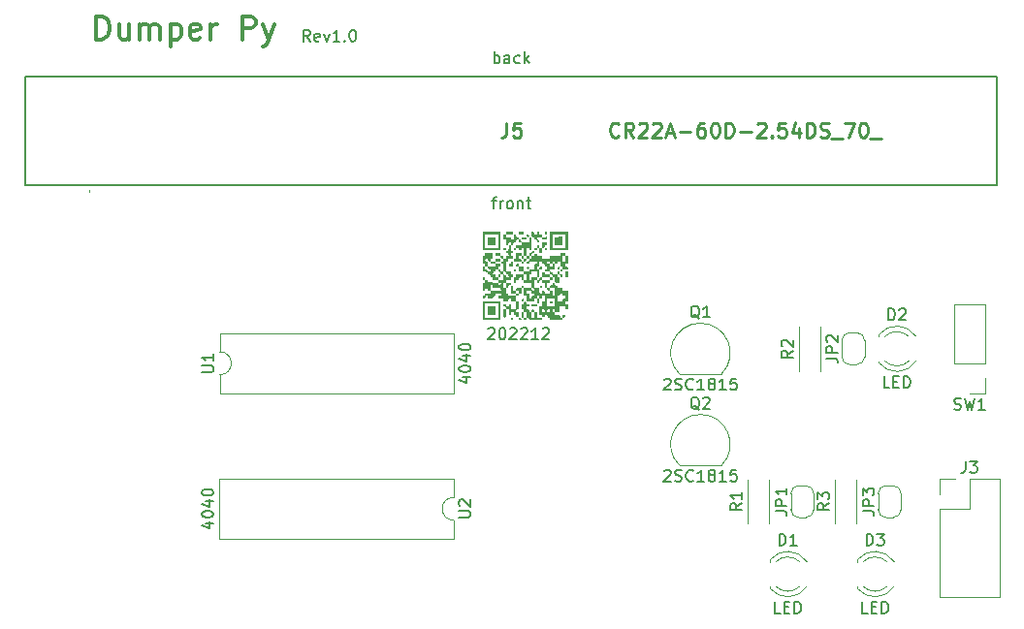
<source format=gto>
G04 #@! TF.GenerationSoftware,KiCad,Pcbnew,(6.0.9)*
G04 #@! TF.CreationDate,2022-12-17T09:54:21+09:00*
G04 #@! TF.ProjectId,hat-prot-02,6861742d-7072-46f7-942d-30322e6b6963,rev?*
G04 #@! TF.SameCoordinates,PX5f5e100PY5f5e100*
G04 #@! TF.FileFunction,Legend,Top*
G04 #@! TF.FilePolarity,Positive*
%FSLAX46Y46*%
G04 Gerber Fmt 4.6, Leading zero omitted, Abs format (unit mm)*
G04 Created by KiCad (PCBNEW (6.0.9)) date 2022-12-17 09:54:21*
%MOMM*%
%LPD*%
G01*
G04 APERTURE LIST*
G04 Aperture macros list*
%AMFreePoly0*
4,1,22,0.500000,-0.750000,0.000000,-0.750000,0.000000,-0.745033,-0.079941,-0.743568,-0.215256,-0.701293,-0.333266,-0.622738,-0.424486,-0.514219,-0.481581,-0.384460,-0.499164,-0.250000,-0.500000,-0.250000,-0.500000,0.250000,-0.499164,0.250000,-0.499963,0.256109,-0.478152,0.396186,-0.417904,0.524511,-0.324060,0.630769,-0.204165,0.706417,-0.067858,0.745374,0.000000,0.744959,0.000000,0.750000,
0.500000,0.750000,0.500000,-0.750000,0.500000,-0.750000,$1*%
%AMFreePoly1*
4,1,20,0.000000,0.744959,0.073905,0.744508,0.209726,0.703889,0.328688,0.626782,0.421226,0.519385,0.479903,0.390333,0.500000,0.250000,0.500000,-0.250000,0.499851,-0.262216,0.476331,-0.402017,0.414519,-0.529596,0.319384,-0.634700,0.198574,-0.708877,0.061801,-0.746166,0.000000,-0.745033,0.000000,-0.750000,-0.500000,-0.750000,-0.500000,0.750000,0.000000,0.750000,0.000000,0.744959,
0.000000,0.744959,$1*%
G04 Aperture macros list end*
%ADD10C,0.150000*%
%ADD11C,0.300000*%
%ADD12C,0.254000*%
%ADD13C,0.120000*%
%ADD14C,0.100000*%
%ADD15C,0.200000*%
%ADD16R,1.700000X1.700000*%
%ADD17O,1.700000X1.700000*%
%ADD18C,2.700000*%
%ADD19FreePoly0,90.000000*%
%ADD20FreePoly1,90.000000*%
%ADD21R,1.800000X1.800000*%
%ADD22C,1.800000*%
%ADD23C,1.400000*%
%ADD24O,1.400000X1.400000*%
%ADD25R,1.050000X1.500000*%
%ADD26O,1.050000X1.500000*%
%ADD27R,1.300000X1.300000*%
%ADD28C,1.300000*%
%ADD29R,1.600000X1.600000*%
%ADD30O,1.600000X1.600000*%
G04 APERTURE END LIST*
D10*
X44029523Y37044286D02*
X44410476Y37044286D01*
X44172380Y36377620D02*
X44172380Y37234762D01*
X44220000Y37330000D01*
X44315238Y37377620D01*
X44410476Y37377620D01*
X44743809Y36377620D02*
X44743809Y37044286D01*
X44743809Y36853810D02*
X44791428Y36949048D01*
X44839047Y36996667D01*
X44934285Y37044286D01*
X45029523Y37044286D01*
X45505714Y36377620D02*
X45410476Y36425239D01*
X45362857Y36472858D01*
X45315238Y36568096D01*
X45315238Y36853810D01*
X45362857Y36949048D01*
X45410476Y36996667D01*
X45505714Y37044286D01*
X45648571Y37044286D01*
X45743809Y36996667D01*
X45791428Y36949048D01*
X45839047Y36853810D01*
X45839047Y36568096D01*
X45791428Y36472858D01*
X45743809Y36425239D01*
X45648571Y36377620D01*
X45505714Y36377620D01*
X46267619Y37044286D02*
X46267619Y36377620D01*
X46267619Y36949048D02*
X46315238Y36996667D01*
X46410476Y37044286D01*
X46553333Y37044286D01*
X46648571Y36996667D01*
X46696190Y36901429D01*
X46696190Y36377620D01*
X47029523Y37044286D02*
X47410476Y37044286D01*
X47172380Y37377620D02*
X47172380Y36520477D01*
X47220000Y36425239D01*
X47315238Y36377620D01*
X47410476Y36377620D01*
X28154523Y50982620D02*
X27821190Y51458810D01*
X27583095Y50982620D02*
X27583095Y51982620D01*
X27964047Y51982620D01*
X28059285Y51935000D01*
X28106904Y51887381D01*
X28154523Y51792143D01*
X28154523Y51649286D01*
X28106904Y51554048D01*
X28059285Y51506429D01*
X27964047Y51458810D01*
X27583095Y51458810D01*
X28964047Y51030239D02*
X28868809Y50982620D01*
X28678333Y50982620D01*
X28583095Y51030239D01*
X28535476Y51125477D01*
X28535476Y51506429D01*
X28583095Y51601667D01*
X28678333Y51649286D01*
X28868809Y51649286D01*
X28964047Y51601667D01*
X29011666Y51506429D01*
X29011666Y51411191D01*
X28535476Y51315953D01*
X29345000Y51649286D02*
X29583095Y50982620D01*
X29821190Y51649286D01*
X30725952Y50982620D02*
X30154523Y50982620D01*
X30440238Y50982620D02*
X30440238Y51982620D01*
X30345000Y51839762D01*
X30249761Y51744524D01*
X30154523Y51696905D01*
X31154523Y51077858D02*
X31202142Y51030239D01*
X31154523Y50982620D01*
X31106904Y51030239D01*
X31154523Y51077858D01*
X31154523Y50982620D01*
X31821190Y51982620D02*
X31916428Y51982620D01*
X32011666Y51935000D01*
X32059285Y51887381D01*
X32106904Y51792143D01*
X32154523Y51601667D01*
X32154523Y51363572D01*
X32106904Y51173096D01*
X32059285Y51077858D01*
X32011666Y51030239D01*
X31916428Y50982620D01*
X31821190Y50982620D01*
X31725952Y51030239D01*
X31678333Y51077858D01*
X31630714Y51173096D01*
X31583095Y51363572D01*
X31583095Y51601667D01*
X31630714Y51792143D01*
X31678333Y51887381D01*
X31725952Y51935000D01*
X31821190Y51982620D01*
X44220000Y49077620D02*
X44220000Y50077620D01*
X44220000Y49696667D02*
X44315238Y49744286D01*
X44505714Y49744286D01*
X44600952Y49696667D01*
X44648571Y49649048D01*
X44696190Y49553810D01*
X44696190Y49268096D01*
X44648571Y49172858D01*
X44600952Y49125239D01*
X44505714Y49077620D01*
X44315238Y49077620D01*
X44220000Y49125239D01*
X45553333Y49077620D02*
X45553333Y49601429D01*
X45505714Y49696667D01*
X45410476Y49744286D01*
X45220000Y49744286D01*
X45124761Y49696667D01*
X45553333Y49125239D02*
X45458095Y49077620D01*
X45220000Y49077620D01*
X45124761Y49125239D01*
X45077142Y49220477D01*
X45077142Y49315715D01*
X45124761Y49410953D01*
X45220000Y49458572D01*
X45458095Y49458572D01*
X45553333Y49506191D01*
X46458095Y49125239D02*
X46362857Y49077620D01*
X46172380Y49077620D01*
X46077142Y49125239D01*
X46029523Y49172858D01*
X45981904Y49268096D01*
X45981904Y49553810D01*
X46029523Y49649048D01*
X46077142Y49696667D01*
X46172380Y49744286D01*
X46362857Y49744286D01*
X46458095Y49696667D01*
X46886666Y49077620D02*
X46886666Y50077620D01*
X46981904Y49458572D02*
X47267619Y49077620D01*
X47267619Y49744286D02*
X46886666Y49363334D01*
D11*
X9478333Y51165239D02*
X9478333Y53165239D01*
X9954523Y53165239D01*
X10240238Y53070000D01*
X10430714Y52879524D01*
X10525952Y52689048D01*
X10621190Y52308096D01*
X10621190Y52022381D01*
X10525952Y51641429D01*
X10430714Y51450953D01*
X10240238Y51260477D01*
X9954523Y51165239D01*
X9478333Y51165239D01*
X12335476Y52498572D02*
X12335476Y51165239D01*
X11478333Y52498572D02*
X11478333Y51450953D01*
X11573571Y51260477D01*
X11764047Y51165239D01*
X12049761Y51165239D01*
X12240238Y51260477D01*
X12335476Y51355715D01*
X13287857Y51165239D02*
X13287857Y52498572D01*
X13287857Y52308096D02*
X13383095Y52403334D01*
X13573571Y52498572D01*
X13859285Y52498572D01*
X14049761Y52403334D01*
X14145000Y52212858D01*
X14145000Y51165239D01*
X14145000Y52212858D02*
X14240238Y52403334D01*
X14430714Y52498572D01*
X14716428Y52498572D01*
X14906904Y52403334D01*
X15002142Y52212858D01*
X15002142Y51165239D01*
X15954523Y52498572D02*
X15954523Y50498572D01*
X15954523Y52403334D02*
X16145000Y52498572D01*
X16525952Y52498572D01*
X16716428Y52403334D01*
X16811666Y52308096D01*
X16906904Y52117620D01*
X16906904Y51546191D01*
X16811666Y51355715D01*
X16716428Y51260477D01*
X16525952Y51165239D01*
X16145000Y51165239D01*
X15954523Y51260477D01*
X18525952Y51260477D02*
X18335476Y51165239D01*
X17954523Y51165239D01*
X17764047Y51260477D01*
X17668809Y51450953D01*
X17668809Y52212858D01*
X17764047Y52403334D01*
X17954523Y52498572D01*
X18335476Y52498572D01*
X18525952Y52403334D01*
X18621190Y52212858D01*
X18621190Y52022381D01*
X17668809Y51831905D01*
X19478333Y51165239D02*
X19478333Y52498572D01*
X19478333Y52117620D02*
X19573571Y52308096D01*
X19668809Y52403334D01*
X19859285Y52498572D01*
X20049761Y52498572D01*
X22240238Y51165239D02*
X22240238Y53165239D01*
X23002142Y53165239D01*
X23192619Y53070000D01*
X23287857Y52974762D01*
X23383095Y52784286D01*
X23383095Y52498572D01*
X23287857Y52308096D01*
X23192619Y52212858D01*
X23002142Y52117620D01*
X22240238Y52117620D01*
X24049761Y52498572D02*
X24525952Y51165239D01*
X25002142Y52498572D02*
X24525952Y51165239D01*
X24335476Y50689048D01*
X24240238Y50593810D01*
X24049761Y50498572D01*
D10*
X43688333Y25852381D02*
X43735952Y25900000D01*
X43831190Y25947620D01*
X44069285Y25947620D01*
X44164523Y25900000D01*
X44212142Y25852381D01*
X44259761Y25757143D01*
X44259761Y25661905D01*
X44212142Y25519048D01*
X43640714Y24947620D01*
X44259761Y24947620D01*
X44878809Y25947620D02*
X44974047Y25947620D01*
X45069285Y25900000D01*
X45116904Y25852381D01*
X45164523Y25757143D01*
X45212142Y25566667D01*
X45212142Y25328572D01*
X45164523Y25138096D01*
X45116904Y25042858D01*
X45069285Y24995239D01*
X44974047Y24947620D01*
X44878809Y24947620D01*
X44783571Y24995239D01*
X44735952Y25042858D01*
X44688333Y25138096D01*
X44640714Y25328572D01*
X44640714Y25566667D01*
X44688333Y25757143D01*
X44735952Y25852381D01*
X44783571Y25900000D01*
X44878809Y25947620D01*
X45593095Y25852381D02*
X45640714Y25900000D01*
X45735952Y25947620D01*
X45974047Y25947620D01*
X46069285Y25900000D01*
X46116904Y25852381D01*
X46164523Y25757143D01*
X46164523Y25661905D01*
X46116904Y25519048D01*
X45545476Y24947620D01*
X46164523Y24947620D01*
X46545476Y25852381D02*
X46593095Y25900000D01*
X46688333Y25947620D01*
X46926428Y25947620D01*
X47021666Y25900000D01*
X47069285Y25852381D01*
X47116904Y25757143D01*
X47116904Y25661905D01*
X47069285Y25519048D01*
X46497857Y24947620D01*
X47116904Y24947620D01*
X48069285Y24947620D02*
X47497857Y24947620D01*
X47783571Y24947620D02*
X47783571Y25947620D01*
X47688333Y25804762D01*
X47593095Y25709524D01*
X47497857Y25661905D01*
X48450238Y25852381D02*
X48497857Y25900000D01*
X48593095Y25947620D01*
X48831190Y25947620D01*
X48926428Y25900000D01*
X48974047Y25852381D01*
X49021666Y25757143D01*
X49021666Y25661905D01*
X48974047Y25519048D01*
X48402619Y24947620D01*
X49021666Y24947620D01*
X85391666Y14307620D02*
X85391666Y13593334D01*
X85344047Y13450477D01*
X85248809Y13355239D01*
X85105952Y13307620D01*
X85010714Y13307620D01*
X85772619Y14307620D02*
X86391666Y14307620D01*
X86058333Y13926667D01*
X86201190Y13926667D01*
X86296428Y13879048D01*
X86344047Y13831429D01*
X86391666Y13736191D01*
X86391666Y13498096D01*
X86344047Y13402858D01*
X86296428Y13355239D01*
X86201190Y13307620D01*
X85915476Y13307620D01*
X85820238Y13355239D01*
X85772619Y13402858D01*
X73217380Y23311667D02*
X73931666Y23311667D01*
X74074523Y23264048D01*
X74169761Y23168810D01*
X74217380Y23025953D01*
X74217380Y22930715D01*
X74217380Y23787858D02*
X73217380Y23787858D01*
X73217380Y24168810D01*
X73265000Y24264048D01*
X73312619Y24311667D01*
X73407857Y24359286D01*
X73550714Y24359286D01*
X73645952Y24311667D01*
X73693571Y24264048D01*
X73741190Y24168810D01*
X73741190Y23787858D01*
X73312619Y24740239D02*
X73265000Y24787858D01*
X73217380Y24883096D01*
X73217380Y25121191D01*
X73265000Y25216429D01*
X73312619Y25264048D01*
X73407857Y25311667D01*
X73503095Y25311667D01*
X73645952Y25264048D01*
X74217380Y24692620D01*
X74217380Y25311667D01*
X84391666Y18855239D02*
X84534523Y18807620D01*
X84772619Y18807620D01*
X84867857Y18855239D01*
X84915476Y18902858D01*
X84963095Y18998096D01*
X84963095Y19093334D01*
X84915476Y19188572D01*
X84867857Y19236191D01*
X84772619Y19283810D01*
X84582142Y19331429D01*
X84486904Y19379048D01*
X84439285Y19426667D01*
X84391666Y19521905D01*
X84391666Y19617143D01*
X84439285Y19712381D01*
X84486904Y19760000D01*
X84582142Y19807620D01*
X84820238Y19807620D01*
X84963095Y19760000D01*
X85296428Y19807620D02*
X85534523Y18807620D01*
X85725000Y19521905D01*
X85915476Y18807620D01*
X86153571Y19807620D01*
X87058333Y18807620D02*
X86486904Y18807620D01*
X86772619Y18807620D02*
X86772619Y19807620D01*
X86677380Y19664762D01*
X86582142Y19569524D01*
X86486904Y19521905D01*
X69111904Y6952620D02*
X69111904Y7952620D01*
X69350000Y7952620D01*
X69492857Y7905000D01*
X69588095Y7809762D01*
X69635714Y7714524D01*
X69683333Y7524048D01*
X69683333Y7381191D01*
X69635714Y7190715D01*
X69588095Y7095477D01*
X69492857Y7000239D01*
X69350000Y6952620D01*
X69111904Y6952620D01*
X70635714Y6952620D02*
X70064285Y6952620D01*
X70350000Y6952620D02*
X70350000Y7952620D01*
X70254761Y7809762D01*
X70159523Y7714524D01*
X70064285Y7666905D01*
X69207142Y1032620D02*
X68730952Y1032620D01*
X68730952Y2032620D01*
X69540476Y1556429D02*
X69873809Y1556429D01*
X70016666Y1032620D02*
X69540476Y1032620D01*
X69540476Y2032620D01*
X70016666Y2032620D01*
X70445238Y1032620D02*
X70445238Y2032620D01*
X70683333Y2032620D01*
X70826190Y1985000D01*
X70921428Y1889762D01*
X70969047Y1794524D01*
X71016666Y1604048D01*
X71016666Y1461191D01*
X70969047Y1270715D01*
X70921428Y1175477D01*
X70826190Y1080239D01*
X70683333Y1032620D01*
X70445238Y1032620D01*
X70287380Y23963334D02*
X69811190Y23630000D01*
X70287380Y23391905D02*
X69287380Y23391905D01*
X69287380Y23772858D01*
X69335000Y23868096D01*
X69382619Y23915715D01*
X69477857Y23963334D01*
X69620714Y23963334D01*
X69715952Y23915715D01*
X69763571Y23868096D01*
X69811190Y23772858D01*
X69811190Y23391905D01*
X69382619Y24344286D02*
X69335000Y24391905D01*
X69287380Y24487143D01*
X69287380Y24725239D01*
X69335000Y24820477D01*
X69382619Y24868096D01*
X69477857Y24915715D01*
X69573095Y24915715D01*
X69715952Y24868096D01*
X70287380Y24296667D01*
X70287380Y24915715D01*
X62134761Y18802381D02*
X62039523Y18850000D01*
X61944285Y18945239D01*
X61801428Y19088096D01*
X61706190Y19135715D01*
X61610952Y19135715D01*
X61658571Y18897620D02*
X61563333Y18945239D01*
X61468095Y19040477D01*
X61420476Y19230953D01*
X61420476Y19564286D01*
X61468095Y19754762D01*
X61563333Y19850000D01*
X61658571Y19897620D01*
X61849047Y19897620D01*
X61944285Y19850000D01*
X62039523Y19754762D01*
X62087142Y19564286D01*
X62087142Y19230953D01*
X62039523Y19040477D01*
X61944285Y18945239D01*
X61849047Y18897620D01*
X61658571Y18897620D01*
X62468095Y19802381D02*
X62515714Y19850000D01*
X62610952Y19897620D01*
X62849047Y19897620D01*
X62944285Y19850000D01*
X62991904Y19802381D01*
X63039523Y19707143D01*
X63039523Y19611905D01*
X62991904Y19469048D01*
X62420476Y18897620D01*
X63039523Y18897620D01*
X59063333Y13452381D02*
X59110952Y13500000D01*
X59206190Y13547620D01*
X59444285Y13547620D01*
X59539523Y13500000D01*
X59587142Y13452381D01*
X59634761Y13357143D01*
X59634761Y13261905D01*
X59587142Y13119048D01*
X59015714Y12547620D01*
X59634761Y12547620D01*
X60015714Y12595239D02*
X60158571Y12547620D01*
X60396666Y12547620D01*
X60491904Y12595239D01*
X60539523Y12642858D01*
X60587142Y12738096D01*
X60587142Y12833334D01*
X60539523Y12928572D01*
X60491904Y12976191D01*
X60396666Y13023810D01*
X60206190Y13071429D01*
X60110952Y13119048D01*
X60063333Y13166667D01*
X60015714Y13261905D01*
X60015714Y13357143D01*
X60063333Y13452381D01*
X60110952Y13500000D01*
X60206190Y13547620D01*
X60444285Y13547620D01*
X60587142Y13500000D01*
X61587142Y12642858D02*
X61539523Y12595239D01*
X61396666Y12547620D01*
X61301428Y12547620D01*
X61158571Y12595239D01*
X61063333Y12690477D01*
X61015714Y12785715D01*
X60968095Y12976191D01*
X60968095Y13119048D01*
X61015714Y13309524D01*
X61063333Y13404762D01*
X61158571Y13500000D01*
X61301428Y13547620D01*
X61396666Y13547620D01*
X61539523Y13500000D01*
X61587142Y13452381D01*
X62539523Y12547620D02*
X61968095Y12547620D01*
X62253809Y12547620D02*
X62253809Y13547620D01*
X62158571Y13404762D01*
X62063333Y13309524D01*
X61968095Y13261905D01*
X63110952Y13119048D02*
X63015714Y13166667D01*
X62968095Y13214286D01*
X62920476Y13309524D01*
X62920476Y13357143D01*
X62968095Y13452381D01*
X63015714Y13500000D01*
X63110952Y13547620D01*
X63301428Y13547620D01*
X63396666Y13500000D01*
X63444285Y13452381D01*
X63491904Y13357143D01*
X63491904Y13309524D01*
X63444285Y13214286D01*
X63396666Y13166667D01*
X63301428Y13119048D01*
X63110952Y13119048D01*
X63015714Y13071429D01*
X62968095Y13023810D01*
X62920476Y12928572D01*
X62920476Y12738096D01*
X62968095Y12642858D01*
X63015714Y12595239D01*
X63110952Y12547620D01*
X63301428Y12547620D01*
X63396666Y12595239D01*
X63444285Y12642858D01*
X63491904Y12738096D01*
X63491904Y12928572D01*
X63444285Y13023810D01*
X63396666Y13071429D01*
X63301428Y13119048D01*
X64444285Y12547620D02*
X63872857Y12547620D01*
X64158571Y12547620D02*
X64158571Y13547620D01*
X64063333Y13404762D01*
X63968095Y13309524D01*
X63872857Y13261905D01*
X65349047Y13547620D02*
X64872857Y13547620D01*
X64825238Y13071429D01*
X64872857Y13119048D01*
X64968095Y13166667D01*
X65206190Y13166667D01*
X65301428Y13119048D01*
X65349047Y13071429D01*
X65396666Y12976191D01*
X65396666Y12738096D01*
X65349047Y12642858D01*
X65301428Y12595239D01*
X65206190Y12547620D01*
X64968095Y12547620D01*
X64872857Y12595239D01*
X64825238Y12642858D01*
X73462380Y10628334D02*
X72986190Y10295000D01*
X73462380Y10056905D02*
X72462380Y10056905D01*
X72462380Y10437858D01*
X72510000Y10533096D01*
X72557619Y10580715D01*
X72652857Y10628334D01*
X72795714Y10628334D01*
X72890952Y10580715D01*
X72938571Y10533096D01*
X72986190Y10437858D01*
X72986190Y10056905D01*
X72462380Y10961667D02*
X72462380Y11580715D01*
X72843333Y11247381D01*
X72843333Y11390239D01*
X72890952Y11485477D01*
X72938571Y11533096D01*
X73033809Y11580715D01*
X73271904Y11580715D01*
X73367142Y11533096D01*
X73414761Y11485477D01*
X73462380Y11390239D01*
X73462380Y11104524D01*
X73414761Y11009286D01*
X73367142Y10961667D01*
X78636904Y26637620D02*
X78636904Y27637620D01*
X78875000Y27637620D01*
X79017857Y27590000D01*
X79113095Y27494762D01*
X79160714Y27399524D01*
X79208333Y27209048D01*
X79208333Y27066191D01*
X79160714Y26875715D01*
X79113095Y26780477D01*
X79017857Y26685239D01*
X78875000Y26637620D01*
X78636904Y26637620D01*
X79589285Y27542381D02*
X79636904Y27590000D01*
X79732142Y27637620D01*
X79970238Y27637620D01*
X80065476Y27590000D01*
X80113095Y27542381D01*
X80160714Y27447143D01*
X80160714Y27351905D01*
X80113095Y27209048D01*
X79541666Y26637620D01*
X80160714Y26637620D01*
X78732142Y20717620D02*
X78255952Y20717620D01*
X78255952Y21717620D01*
X79065476Y21241429D02*
X79398809Y21241429D01*
X79541666Y20717620D02*
X79065476Y20717620D01*
X79065476Y21717620D01*
X79541666Y21717620D01*
X79970238Y20717620D02*
X79970238Y21717620D01*
X80208333Y21717620D01*
X80351190Y21670000D01*
X80446428Y21574762D01*
X80494047Y21479524D01*
X80541666Y21289048D01*
X80541666Y21146191D01*
X80494047Y20955715D01*
X80446428Y20860477D01*
X80351190Y20765239D01*
X80208333Y20717620D01*
X79970238Y20717620D01*
D12*
X45296666Y43875477D02*
X45296666Y42968334D01*
X45236190Y42786905D01*
X45115238Y42665953D01*
X44933809Y42605477D01*
X44812857Y42605477D01*
X46506190Y43875477D02*
X45901428Y43875477D01*
X45840952Y43270715D01*
X45901428Y43331191D01*
X46022380Y43391667D01*
X46324761Y43391667D01*
X46445714Y43331191D01*
X46506190Y43270715D01*
X46566666Y43149762D01*
X46566666Y42847381D01*
X46506190Y42726429D01*
X46445714Y42665953D01*
X46324761Y42605477D01*
X46022380Y42605477D01*
X45901428Y42665953D01*
X45840952Y42726429D01*
X55093809Y42726429D02*
X55033333Y42665953D01*
X54851904Y42605477D01*
X54730952Y42605477D01*
X54549523Y42665953D01*
X54428571Y42786905D01*
X54368095Y42907858D01*
X54307619Y43149762D01*
X54307619Y43331191D01*
X54368095Y43573096D01*
X54428571Y43694048D01*
X54549523Y43815000D01*
X54730952Y43875477D01*
X54851904Y43875477D01*
X55033333Y43815000D01*
X55093809Y43754524D01*
X56363809Y42605477D02*
X55940476Y43210239D01*
X55638095Y42605477D02*
X55638095Y43875477D01*
X56121904Y43875477D01*
X56242857Y43815000D01*
X56303333Y43754524D01*
X56363809Y43633572D01*
X56363809Y43452143D01*
X56303333Y43331191D01*
X56242857Y43270715D01*
X56121904Y43210239D01*
X55638095Y43210239D01*
X56847619Y43754524D02*
X56908095Y43815000D01*
X57029047Y43875477D01*
X57331428Y43875477D01*
X57452380Y43815000D01*
X57512857Y43754524D01*
X57573333Y43633572D01*
X57573333Y43512620D01*
X57512857Y43331191D01*
X56787142Y42605477D01*
X57573333Y42605477D01*
X58057142Y43754524D02*
X58117619Y43815000D01*
X58238571Y43875477D01*
X58540952Y43875477D01*
X58661904Y43815000D01*
X58722380Y43754524D01*
X58782857Y43633572D01*
X58782857Y43512620D01*
X58722380Y43331191D01*
X57996666Y42605477D01*
X58782857Y42605477D01*
X59266666Y42968334D02*
X59871428Y42968334D01*
X59145714Y42605477D02*
X59569047Y43875477D01*
X59992380Y42605477D01*
X60415714Y43089286D02*
X61383333Y43089286D01*
X62532380Y43875477D02*
X62290476Y43875477D01*
X62169523Y43815000D01*
X62109047Y43754524D01*
X61988095Y43573096D01*
X61927619Y43331191D01*
X61927619Y42847381D01*
X61988095Y42726429D01*
X62048571Y42665953D01*
X62169523Y42605477D01*
X62411428Y42605477D01*
X62532380Y42665953D01*
X62592857Y42726429D01*
X62653333Y42847381D01*
X62653333Y43149762D01*
X62592857Y43270715D01*
X62532380Y43331191D01*
X62411428Y43391667D01*
X62169523Y43391667D01*
X62048571Y43331191D01*
X61988095Y43270715D01*
X61927619Y43149762D01*
X63439523Y43875477D02*
X63560476Y43875477D01*
X63681428Y43815000D01*
X63741904Y43754524D01*
X63802380Y43633572D01*
X63862857Y43391667D01*
X63862857Y43089286D01*
X63802380Y42847381D01*
X63741904Y42726429D01*
X63681428Y42665953D01*
X63560476Y42605477D01*
X63439523Y42605477D01*
X63318571Y42665953D01*
X63258095Y42726429D01*
X63197619Y42847381D01*
X63137142Y43089286D01*
X63137142Y43391667D01*
X63197619Y43633572D01*
X63258095Y43754524D01*
X63318571Y43815000D01*
X63439523Y43875477D01*
X64407142Y42605477D02*
X64407142Y43875477D01*
X64709523Y43875477D01*
X64890952Y43815000D01*
X65011904Y43694048D01*
X65072380Y43573096D01*
X65132857Y43331191D01*
X65132857Y43149762D01*
X65072380Y42907858D01*
X65011904Y42786905D01*
X64890952Y42665953D01*
X64709523Y42605477D01*
X64407142Y42605477D01*
X65677142Y43089286D02*
X66644761Y43089286D01*
X67189047Y43754524D02*
X67249523Y43815000D01*
X67370476Y43875477D01*
X67672857Y43875477D01*
X67793809Y43815000D01*
X67854285Y43754524D01*
X67914761Y43633572D01*
X67914761Y43512620D01*
X67854285Y43331191D01*
X67128571Y42605477D01*
X67914761Y42605477D01*
X68459047Y42726429D02*
X68519523Y42665953D01*
X68459047Y42605477D01*
X68398571Y42665953D01*
X68459047Y42726429D01*
X68459047Y42605477D01*
X69668571Y43875477D02*
X69063809Y43875477D01*
X69003333Y43270715D01*
X69063809Y43331191D01*
X69184761Y43391667D01*
X69487142Y43391667D01*
X69608095Y43331191D01*
X69668571Y43270715D01*
X69729047Y43149762D01*
X69729047Y42847381D01*
X69668571Y42726429D01*
X69608095Y42665953D01*
X69487142Y42605477D01*
X69184761Y42605477D01*
X69063809Y42665953D01*
X69003333Y42726429D01*
X70817619Y43452143D02*
X70817619Y42605477D01*
X70515238Y43935953D02*
X70212857Y43028810D01*
X70999047Y43028810D01*
X71482857Y42605477D02*
X71482857Y43875477D01*
X71785238Y43875477D01*
X71966666Y43815000D01*
X72087619Y43694048D01*
X72148095Y43573096D01*
X72208571Y43331191D01*
X72208571Y43149762D01*
X72148095Y42907858D01*
X72087619Y42786905D01*
X71966666Y42665953D01*
X71785238Y42605477D01*
X71482857Y42605477D01*
X72692380Y42665953D02*
X72873809Y42605477D01*
X73176190Y42605477D01*
X73297142Y42665953D01*
X73357619Y42726429D01*
X73418095Y42847381D01*
X73418095Y42968334D01*
X73357619Y43089286D01*
X73297142Y43149762D01*
X73176190Y43210239D01*
X72934285Y43270715D01*
X72813333Y43331191D01*
X72752857Y43391667D01*
X72692380Y43512620D01*
X72692380Y43633572D01*
X72752857Y43754524D01*
X72813333Y43815000D01*
X72934285Y43875477D01*
X73236666Y43875477D01*
X73418095Y43815000D01*
X73660000Y42484524D02*
X74627619Y42484524D01*
X74809047Y43875477D02*
X75655714Y43875477D01*
X75111428Y42605477D01*
X76381428Y43875477D02*
X76502380Y43875477D01*
X76623333Y43815000D01*
X76683809Y43754524D01*
X76744285Y43633572D01*
X76804761Y43391667D01*
X76804761Y43089286D01*
X76744285Y42847381D01*
X76683809Y42726429D01*
X76623333Y42665953D01*
X76502380Y42605477D01*
X76381428Y42605477D01*
X76260476Y42665953D01*
X76200000Y42726429D01*
X76139523Y42847381D01*
X76079047Y43089286D01*
X76079047Y43391667D01*
X76139523Y43633572D01*
X76200000Y43754524D01*
X76260476Y43815000D01*
X76381428Y43875477D01*
X77046666Y42484524D02*
X78014285Y42484524D01*
D10*
X68772380Y9946667D02*
X69486666Y9946667D01*
X69629523Y9899048D01*
X69724761Y9803810D01*
X69772380Y9660953D01*
X69772380Y9565715D01*
X69772380Y10422858D02*
X68772380Y10422858D01*
X68772380Y10803810D01*
X68820000Y10899048D01*
X68867619Y10946667D01*
X68962857Y10994286D01*
X69105714Y10994286D01*
X69200952Y10946667D01*
X69248571Y10899048D01*
X69296190Y10803810D01*
X69296190Y10422858D01*
X69772380Y11946667D02*
X69772380Y11375239D01*
X69772380Y11660953D02*
X68772380Y11660953D01*
X68915238Y11565715D01*
X69010476Y11470477D01*
X69058095Y11375239D01*
X62134761Y26782381D02*
X62039523Y26830000D01*
X61944285Y26925239D01*
X61801428Y27068096D01*
X61706190Y27115715D01*
X61610952Y27115715D01*
X61658571Y26877620D02*
X61563333Y26925239D01*
X61468095Y27020477D01*
X61420476Y27210953D01*
X61420476Y27544286D01*
X61468095Y27734762D01*
X61563333Y27830000D01*
X61658571Y27877620D01*
X61849047Y27877620D01*
X61944285Y27830000D01*
X62039523Y27734762D01*
X62087142Y27544286D01*
X62087142Y27210953D01*
X62039523Y27020477D01*
X61944285Y26925239D01*
X61849047Y26877620D01*
X61658571Y26877620D01*
X63039523Y26877620D02*
X62468095Y26877620D01*
X62753809Y26877620D02*
X62753809Y27877620D01*
X62658571Y27734762D01*
X62563333Y27639524D01*
X62468095Y27591905D01*
X59063333Y21432381D02*
X59110952Y21480000D01*
X59206190Y21527620D01*
X59444285Y21527620D01*
X59539523Y21480000D01*
X59587142Y21432381D01*
X59634761Y21337143D01*
X59634761Y21241905D01*
X59587142Y21099048D01*
X59015714Y20527620D01*
X59634761Y20527620D01*
X60015714Y20575239D02*
X60158571Y20527620D01*
X60396666Y20527620D01*
X60491904Y20575239D01*
X60539523Y20622858D01*
X60587142Y20718096D01*
X60587142Y20813334D01*
X60539523Y20908572D01*
X60491904Y20956191D01*
X60396666Y21003810D01*
X60206190Y21051429D01*
X60110952Y21099048D01*
X60063333Y21146667D01*
X60015714Y21241905D01*
X60015714Y21337143D01*
X60063333Y21432381D01*
X60110952Y21480000D01*
X60206190Y21527620D01*
X60444285Y21527620D01*
X60587142Y21480000D01*
X61587142Y20622858D02*
X61539523Y20575239D01*
X61396666Y20527620D01*
X61301428Y20527620D01*
X61158571Y20575239D01*
X61063333Y20670477D01*
X61015714Y20765715D01*
X60968095Y20956191D01*
X60968095Y21099048D01*
X61015714Y21289524D01*
X61063333Y21384762D01*
X61158571Y21480000D01*
X61301428Y21527620D01*
X61396666Y21527620D01*
X61539523Y21480000D01*
X61587142Y21432381D01*
X62539523Y20527620D02*
X61968095Y20527620D01*
X62253809Y20527620D02*
X62253809Y21527620D01*
X62158571Y21384762D01*
X62063333Y21289524D01*
X61968095Y21241905D01*
X63110952Y21099048D02*
X63015714Y21146667D01*
X62968095Y21194286D01*
X62920476Y21289524D01*
X62920476Y21337143D01*
X62968095Y21432381D01*
X63015714Y21480000D01*
X63110952Y21527620D01*
X63301428Y21527620D01*
X63396666Y21480000D01*
X63444285Y21432381D01*
X63491904Y21337143D01*
X63491904Y21289524D01*
X63444285Y21194286D01*
X63396666Y21146667D01*
X63301428Y21099048D01*
X63110952Y21099048D01*
X63015714Y21051429D01*
X62968095Y21003810D01*
X62920476Y20908572D01*
X62920476Y20718096D01*
X62968095Y20622858D01*
X63015714Y20575239D01*
X63110952Y20527620D01*
X63301428Y20527620D01*
X63396666Y20575239D01*
X63444285Y20622858D01*
X63491904Y20718096D01*
X63491904Y20908572D01*
X63444285Y21003810D01*
X63396666Y21051429D01*
X63301428Y21099048D01*
X64444285Y20527620D02*
X63872857Y20527620D01*
X64158571Y20527620D02*
X64158571Y21527620D01*
X64063333Y21384762D01*
X63968095Y21289524D01*
X63872857Y21241905D01*
X65349047Y21527620D02*
X64872857Y21527620D01*
X64825238Y21051429D01*
X64872857Y21099048D01*
X64968095Y21146667D01*
X65206190Y21146667D01*
X65301428Y21099048D01*
X65349047Y21051429D01*
X65396666Y20956191D01*
X65396666Y20718096D01*
X65349047Y20622858D01*
X65301428Y20575239D01*
X65206190Y20527620D01*
X64968095Y20527620D01*
X64872857Y20575239D01*
X64825238Y20622858D01*
X65842380Y10628334D02*
X65366190Y10295000D01*
X65842380Y10056905D02*
X64842380Y10056905D01*
X64842380Y10437858D01*
X64890000Y10533096D01*
X64937619Y10580715D01*
X65032857Y10628334D01*
X65175714Y10628334D01*
X65270952Y10580715D01*
X65318571Y10533096D01*
X65366190Y10437858D01*
X65366190Y10056905D01*
X65842380Y11580715D02*
X65842380Y11009286D01*
X65842380Y11295000D02*
X64842380Y11295000D01*
X64985238Y11199762D01*
X65080476Y11104524D01*
X65128095Y11009286D01*
X18712380Y22098096D02*
X19521904Y22098096D01*
X19617142Y22145715D01*
X19664761Y22193334D01*
X19712380Y22288572D01*
X19712380Y22479048D01*
X19664761Y22574286D01*
X19617142Y22621905D01*
X19521904Y22669524D01*
X18712380Y22669524D01*
X19712380Y23669524D02*
X19712380Y23098096D01*
X19712380Y23383810D02*
X18712380Y23383810D01*
X18855238Y23288572D01*
X18950476Y23193334D01*
X18998095Y23098096D01*
X41485714Y21621905D02*
X42152380Y21621905D01*
X41104761Y21383810D02*
X41819047Y21145715D01*
X41819047Y21764762D01*
X41152380Y22336191D02*
X41152380Y22431429D01*
X41200000Y22526667D01*
X41247619Y22574286D01*
X41342857Y22621905D01*
X41533333Y22669524D01*
X41771428Y22669524D01*
X41961904Y22621905D01*
X42057142Y22574286D01*
X42104761Y22526667D01*
X42152380Y22431429D01*
X42152380Y22336191D01*
X42104761Y22240953D01*
X42057142Y22193334D01*
X41961904Y22145715D01*
X41771428Y22098096D01*
X41533333Y22098096D01*
X41342857Y22145715D01*
X41247619Y22193334D01*
X41200000Y22240953D01*
X41152380Y22336191D01*
X41485714Y23526667D02*
X42152380Y23526667D01*
X41104761Y23288572D02*
X41819047Y23050477D01*
X41819047Y23669524D01*
X41152380Y24240953D02*
X41152380Y24336191D01*
X41200000Y24431429D01*
X41247619Y24479048D01*
X41342857Y24526667D01*
X41533333Y24574286D01*
X41771428Y24574286D01*
X41961904Y24526667D01*
X42057142Y24479048D01*
X42104761Y24431429D01*
X42152380Y24336191D01*
X42152380Y24240953D01*
X42104761Y24145715D01*
X42057142Y24098096D01*
X41961904Y24050477D01*
X41771428Y24002858D01*
X41533333Y24002858D01*
X41342857Y24050477D01*
X41247619Y24098096D01*
X41200000Y24145715D01*
X41152380Y24240953D01*
X76392380Y9946667D02*
X77106666Y9946667D01*
X77249523Y9899048D01*
X77344761Y9803810D01*
X77392380Y9660953D01*
X77392380Y9565715D01*
X77392380Y10422858D02*
X76392380Y10422858D01*
X76392380Y10803810D01*
X76440000Y10899048D01*
X76487619Y10946667D01*
X76582857Y10994286D01*
X76725714Y10994286D01*
X76820952Y10946667D01*
X76868571Y10899048D01*
X76916190Y10803810D01*
X76916190Y10422858D01*
X76392380Y11327620D02*
X76392380Y11946667D01*
X76773333Y11613334D01*
X76773333Y11756191D01*
X76820952Y11851429D01*
X76868571Y11899048D01*
X76963809Y11946667D01*
X77201904Y11946667D01*
X77297142Y11899048D01*
X77344761Y11851429D01*
X77392380Y11756191D01*
X77392380Y11470477D01*
X77344761Y11375239D01*
X77297142Y11327620D01*
X41137380Y9388096D02*
X41946904Y9388096D01*
X42042142Y9435715D01*
X42089761Y9483334D01*
X42137380Y9578572D01*
X42137380Y9769048D01*
X42089761Y9864286D01*
X42042142Y9911905D01*
X41946904Y9959524D01*
X41137380Y9959524D01*
X41232619Y10388096D02*
X41185000Y10435715D01*
X41137380Y10530953D01*
X41137380Y10769048D01*
X41185000Y10864286D01*
X41232619Y10911905D01*
X41327857Y10959524D01*
X41423095Y10959524D01*
X41565952Y10911905D01*
X42137380Y10340477D01*
X42137380Y10959524D01*
X19030714Y8911905D02*
X19697380Y8911905D01*
X18649761Y8673810D02*
X19364047Y8435715D01*
X19364047Y9054762D01*
X18697380Y9626191D02*
X18697380Y9721429D01*
X18745000Y9816667D01*
X18792619Y9864286D01*
X18887857Y9911905D01*
X19078333Y9959524D01*
X19316428Y9959524D01*
X19506904Y9911905D01*
X19602142Y9864286D01*
X19649761Y9816667D01*
X19697380Y9721429D01*
X19697380Y9626191D01*
X19649761Y9530953D01*
X19602142Y9483334D01*
X19506904Y9435715D01*
X19316428Y9388096D01*
X19078333Y9388096D01*
X18887857Y9435715D01*
X18792619Y9483334D01*
X18745000Y9530953D01*
X18697380Y9626191D01*
X19030714Y10816667D02*
X19697380Y10816667D01*
X18649761Y10578572D02*
X19364047Y10340477D01*
X19364047Y10959524D01*
X18697380Y11530953D02*
X18697380Y11626191D01*
X18745000Y11721429D01*
X18792619Y11769048D01*
X18887857Y11816667D01*
X19078333Y11864286D01*
X19316428Y11864286D01*
X19506904Y11816667D01*
X19602142Y11769048D01*
X19649761Y11721429D01*
X19697380Y11626191D01*
X19697380Y11530953D01*
X19649761Y11435715D01*
X19602142Y11388096D01*
X19506904Y11340477D01*
X19316428Y11292858D01*
X19078333Y11292858D01*
X18887857Y11340477D01*
X18792619Y11388096D01*
X18745000Y11435715D01*
X18697380Y11530953D01*
X76731904Y6952620D02*
X76731904Y7952620D01*
X76970000Y7952620D01*
X77112857Y7905000D01*
X77208095Y7809762D01*
X77255714Y7714524D01*
X77303333Y7524048D01*
X77303333Y7381191D01*
X77255714Y7190715D01*
X77208095Y7095477D01*
X77112857Y7000239D01*
X76970000Y6952620D01*
X76731904Y6952620D01*
X77636666Y7952620D02*
X78255714Y7952620D01*
X77922380Y7571667D01*
X78065238Y7571667D01*
X78160476Y7524048D01*
X78208095Y7476429D01*
X78255714Y7381191D01*
X78255714Y7143096D01*
X78208095Y7047858D01*
X78160476Y7000239D01*
X78065238Y6952620D01*
X77779523Y6952620D01*
X77684285Y7000239D01*
X77636666Y7047858D01*
X76827142Y1032620D02*
X76350952Y1032620D01*
X76350952Y2032620D01*
X77160476Y1556429D02*
X77493809Y1556429D01*
X77636666Y1032620D02*
X77160476Y1032620D01*
X77160476Y2032620D01*
X77636666Y2032620D01*
X78065238Y1032620D02*
X78065238Y2032620D01*
X78303333Y2032620D01*
X78446190Y1985000D01*
X78541428Y1889762D01*
X78589047Y1794524D01*
X78636666Y1604048D01*
X78636666Y1461191D01*
X78589047Y1270715D01*
X78541428Y1175477D01*
X78446190Y1080239D01*
X78303333Y1032620D01*
X78065238Y1032620D01*
D13*
X83125000Y10160000D02*
X85725000Y10160000D01*
X83125000Y10160000D02*
X83125000Y2480000D01*
X88325000Y12760000D02*
X88325000Y2480000D01*
X83125000Y2480000D02*
X88325000Y2480000D01*
X83125000Y12760000D02*
X84455000Y12760000D01*
X85725000Y10160000D02*
X85725000Y12760000D01*
X85725000Y12760000D02*
X88325000Y12760000D01*
X83125000Y11430000D02*
X83125000Y12760000D01*
X75865000Y22745000D02*
X75265000Y22745000D01*
X74565000Y23445000D02*
X74565000Y24845000D01*
X75265000Y25545000D02*
X75865000Y25545000D01*
X76565000Y24845000D02*
X76565000Y23445000D01*
X75265000Y25545000D02*
G75*
G03*
X74565000Y24845000I0J-700000D01*
G01*
X75865000Y22745000D02*
G75*
G03*
X76565000Y23445000I1J699999D01*
G01*
X76565000Y24845000D02*
G75*
G03*
X75865000Y25545000I-700000J0D01*
G01*
X74565000Y23445000D02*
G75*
G03*
X75265000Y22745000I699999J-1D01*
G01*
X87055000Y28000000D02*
X84395000Y28000000D01*
X84395000Y22860000D02*
X84395000Y28000000D01*
X87055000Y22860000D02*
X87055000Y28000000D01*
X87055000Y21590000D02*
X87055000Y20260000D01*
X87055000Y22860000D02*
X84395000Y22860000D01*
X87055000Y20260000D02*
X85725000Y20260000D01*
G36*
X46375484Y27578118D02*
G01*
X46255994Y27578118D01*
X46175909Y27572834D01*
X46143065Y27543017D01*
X46136520Y27467724D01*
X46136505Y27458629D01*
X46141669Y27378895D01*
X46171041Y27345926D01*
X46245445Y27339166D01*
X46257554Y27339140D01*
X46378603Y27339140D01*
X46368509Y27108696D01*
X46358414Y26878253D01*
X46255994Y26878253D01*
X46184184Y26886900D01*
X46152782Y26926950D01*
X46142877Y26989207D01*
X46127379Y27066178D01*
X46087575Y27096022D01*
X46031923Y27100161D01*
X45964530Y27107046D01*
X45936890Y27141472D01*
X45931666Y27219651D01*
X45926382Y27299736D01*
X45896565Y27332580D01*
X45821272Y27339125D01*
X45812177Y27339140D01*
X45732092Y27333855D01*
X45699248Y27304038D01*
X45692703Y27228746D01*
X45692688Y27219651D01*
X45686979Y27139370D01*
X45658019Y27106443D01*
X45590269Y27100161D01*
X45487849Y27100161D01*
X45487849Y27578118D01*
X45251259Y27578118D01*
X45241530Y27228186D01*
X45236560Y27070880D01*
X45229919Y26969165D01*
X45218215Y26910376D01*
X45198061Y26881846D01*
X45166064Y26870909D01*
X45145174Y26868151D01*
X45070600Y26869061D01*
X45034220Y26882375D01*
X45023853Y26924948D01*
X45015685Y27019776D01*
X45010799Y27150847D01*
X45009892Y27242411D01*
X45009892Y27578118D01*
X45129382Y27578118D01*
X45209467Y27583403D01*
X45242311Y27613220D01*
X45248856Y27688513D01*
X45248871Y27697608D01*
X45243586Y27777693D01*
X45213769Y27810537D01*
X45138476Y27817082D01*
X45129382Y27817097D01*
X45049101Y27822806D01*
X45016174Y27851766D01*
X45009892Y27919516D01*
X45016553Y27988328D01*
X45050340Y28016552D01*
X45129382Y28021936D01*
X45209662Y28016226D01*
X45242589Y27987266D01*
X45248871Y27919516D01*
X45255532Y27850705D01*
X45289318Y27822481D01*
X45368360Y27817097D01*
X45448640Y27822806D01*
X45481568Y27851766D01*
X45487849Y27919516D01*
X45496309Y27992060D01*
X45536212Y28018798D01*
X45590269Y28021936D01*
X45692688Y28021936D01*
X45692688Y27578118D01*
X46136505Y27578118D01*
X46136505Y28260914D01*
X46375484Y28260914D01*
X46375484Y27578118D01*
G37*
G36*
X48389731Y32494247D02*
G01*
X48184892Y32494247D01*
X48184892Y32938065D01*
X48389731Y32938065D01*
X48389731Y32494247D01*
G37*
G36*
X46336275Y31532624D02*
G01*
X46369202Y31503664D01*
X46375484Y31435914D01*
X46368823Y31367103D01*
X46335036Y31338879D01*
X46255994Y31333495D01*
X46175714Y31339204D01*
X46142787Y31368164D01*
X46136505Y31435914D01*
X46143166Y31504726D01*
X46176953Y31532949D01*
X46255994Y31538334D01*
X46336275Y31532624D01*
G37*
G36*
X46989969Y28251976D02*
G01*
X47020876Y28211109D01*
X47030512Y28149960D01*
X47047064Y28071749D01*
X47091573Y28038060D01*
X47152164Y28028308D01*
X47229135Y28012809D01*
X47258979Y27973006D01*
X47263118Y27917353D01*
X47256233Y27849960D01*
X47221808Y27822320D01*
X47143629Y27817097D01*
X47063543Y27811812D01*
X47030700Y27781995D01*
X47024154Y27706703D01*
X47024140Y27697608D01*
X47029425Y27617522D01*
X47059242Y27584679D01*
X47134534Y27578133D01*
X47143629Y27578118D01*
X47223714Y27572834D01*
X47256558Y27543017D01*
X47263103Y27467724D01*
X47263118Y27458629D01*
X47268403Y27378544D01*
X47298220Y27345700D01*
X47373512Y27339155D01*
X47382607Y27339140D01*
X47462693Y27344425D01*
X47495537Y27374242D01*
X47502082Y27449534D01*
X47502097Y27458629D01*
X47507806Y27538909D01*
X47536766Y27571837D01*
X47604516Y27578118D01*
X47673328Y27571457D01*
X47701551Y27537671D01*
X47706935Y27458629D01*
X47701226Y27378349D01*
X47672266Y27345421D01*
X47604516Y27339140D01*
X47502097Y27339140D01*
X47502097Y26861183D01*
X47741075Y26861183D01*
X47741075Y27339140D01*
X47945914Y27339140D01*
X47945914Y26861183D01*
X48389731Y26861183D01*
X48389731Y26656344D01*
X47263118Y26656344D01*
X47263118Y26758764D01*
X47254659Y26831307D01*
X47214755Y26858045D01*
X47160699Y26861183D01*
X47058279Y26861183D01*
X47058279Y27339140D01*
X46819301Y27339140D01*
X46819301Y26861183D01*
X46921720Y26861183D01*
X46994264Y26852724D01*
X47021002Y26812820D01*
X47024140Y26758764D01*
X47015680Y26686220D01*
X46975777Y26659482D01*
X46921720Y26656344D01*
X46849177Y26664804D01*
X46822439Y26704707D01*
X46819301Y26758764D01*
X46810842Y26831307D01*
X46770938Y26858045D01*
X46716882Y26861183D01*
X46614462Y26861183D01*
X46614462Y27339140D01*
X46716882Y27339140D01*
X46785693Y27345801D01*
X46813917Y27379587D01*
X46819301Y27458629D01*
X46813591Y27538909D01*
X46784632Y27571837D01*
X46716882Y27578118D01*
X46614462Y27578118D01*
X46614462Y28021936D01*
X46716882Y28021936D01*
X46785693Y28028597D01*
X46813917Y28062383D01*
X46819301Y28141425D01*
X46825078Y28221746D01*
X46853962Y28254689D01*
X46919557Y28260914D01*
X46989969Y28251976D01*
G37*
G36*
X44770914Y31777312D02*
G01*
X44327097Y31777312D01*
X44327097Y32016290D01*
X44770914Y32016290D01*
X44770914Y31777312D01*
G37*
G36*
X48803672Y32929605D02*
G01*
X48830411Y32889702D01*
X48833548Y32835645D01*
X48825089Y32763102D01*
X48785185Y32736364D01*
X48731129Y32733226D01*
X48658585Y32741685D01*
X48631847Y32781589D01*
X48628710Y32835645D01*
X48637169Y32908189D01*
X48677072Y32934927D01*
X48731129Y32938065D01*
X48803672Y32929605D01*
G37*
G36*
X48833548Y33655000D02*
G01*
X48385405Y33655000D01*
X48396103Y33765954D01*
X48404558Y33826539D01*
X48426127Y33860594D01*
X48477343Y33877055D01*
X48574735Y33884858D01*
X48620175Y33887073D01*
X48833548Y33897237D01*
X48833548Y33655000D01*
G37*
G36*
X48833548Y33296532D02*
G01*
X48827771Y33216211D01*
X48798887Y33183268D01*
X48733292Y33177043D01*
X48662880Y33168105D01*
X48631974Y33127238D01*
X48622338Y33066089D01*
X48603839Y32985652D01*
X48558101Y32951184D01*
X48525013Y32945032D01*
X48450439Y32945943D01*
X48414058Y32959257D01*
X48401387Y33003790D01*
X48392587Y33095602D01*
X48389731Y33199803D01*
X48389731Y33416022D01*
X48833548Y33416022D01*
X48833548Y33296532D01*
G37*
G36*
X50169264Y31051917D02*
G01*
X50196002Y31012014D01*
X50199140Y30957957D01*
X50190680Y30885414D01*
X50150777Y30858675D01*
X50096720Y30855538D01*
X50024177Y30863997D01*
X49997439Y30903901D01*
X49994301Y30957957D01*
X50002760Y31030501D01*
X50042664Y31057239D01*
X50096720Y31060377D01*
X50169264Y31051917D01*
G37*
G36*
X43319973Y29899624D02*
G01*
X43400074Y29904954D01*
X43432925Y29934642D01*
X43439451Y30009232D01*
X43439462Y30016950D01*
X43432839Y30097152D01*
X43399665Y30132419D01*
X43328508Y30144974D01*
X43250297Y30161526D01*
X43216608Y30206035D01*
X43206856Y30266627D01*
X43204696Y30340437D01*
X43230394Y30371124D01*
X43302806Y30377545D01*
X43317810Y30377581D01*
X43398850Y30372554D01*
X43432465Y30343870D01*
X43439431Y30271121D01*
X43439462Y30258092D01*
X43445239Y30177770D01*
X43474123Y30144827D01*
X43539719Y30138602D01*
X43610130Y30129664D01*
X43641037Y30088797D01*
X43650673Y30027648D01*
X43661371Y29916694D01*
X44566075Y29897642D01*
X44566075Y30138602D01*
X45006773Y30138602D01*
X45016867Y30369046D01*
X45026962Y30599489D01*
X45129382Y30599489D01*
X45201192Y30590842D01*
X45232594Y30550792D01*
X45242499Y30488535D01*
X45256494Y30413783D01*
X45293758Y30383281D01*
X45372686Y30377581D01*
X45452192Y30382323D01*
X45482454Y30409447D01*
X45482443Y30478300D01*
X45481477Y30488535D01*
X45464925Y30566746D01*
X45420416Y30600435D01*
X45359825Y30610187D01*
X45284583Y30624446D01*
X45254256Y30662449D01*
X45248871Y30738212D01*
X45243442Y30816862D01*
X45213207Y30849119D01*
X45137242Y30855526D01*
X45129382Y30855538D01*
X45049296Y30850253D01*
X45016452Y30820436D01*
X45009907Y30745143D01*
X45009892Y30736049D01*
X45004116Y30655727D01*
X44975231Y30622784D01*
X44909636Y30616559D01*
X44839224Y30625498D01*
X44808318Y30666364D01*
X44798682Y30727514D01*
X44782130Y30805725D01*
X44737621Y30839413D01*
X44677029Y30849166D01*
X44600058Y30864664D01*
X44570214Y30904468D01*
X44566075Y30960120D01*
X44574787Y31031185D01*
X44615386Y31057367D01*
X44668494Y31060377D01*
X44741038Y31051917D01*
X44767776Y31012014D01*
X44770914Y30957957D01*
X44777575Y30889146D01*
X44811361Y30860922D01*
X44890403Y30855538D01*
X45009892Y30855538D01*
X45009892Y31538334D01*
X44907473Y31538334D01*
X44838661Y31544995D01*
X44810438Y31578781D01*
X44805054Y31657823D01*
X44810763Y31738103D01*
X44839723Y31771031D01*
X44907473Y31777312D01*
X44976285Y31783973D01*
X45004508Y31817759D01*
X45009892Y31896801D01*
X45004116Y31977123D01*
X44975231Y32010066D01*
X44909636Y32016290D01*
X44839224Y32025229D01*
X44808318Y32066096D01*
X44798682Y32127245D01*
X44787984Y32238199D01*
X44557540Y32248294D01*
X44435566Y32254757D01*
X44366655Y32265556D01*
X44335656Y32287987D01*
X44327416Y32329345D01*
X44327097Y32359248D01*
X44327097Y32460108D01*
X44770914Y32460108D01*
X44770914Y32357688D01*
X44777575Y32288877D01*
X44811361Y32260653D01*
X44890403Y32255269D01*
X44970489Y32249984D01*
X45003332Y32220167D01*
X45009877Y32144875D01*
X45009892Y32135780D01*
X45015177Y32055694D01*
X45044994Y32022851D01*
X45120287Y32016305D01*
X45129382Y32016290D01*
X45209467Y32021575D01*
X45242311Y32051392D01*
X45248856Y32126685D01*
X45248871Y32135780D01*
X45253988Y32215379D01*
X45283192Y32248396D01*
X45357258Y32255238D01*
X45370523Y32255269D01*
X45451015Y32259790D01*
X45482140Y32285927D01*
X45482758Y32352536D01*
X45481477Y32366223D01*
X45464925Y32444435D01*
X45420416Y32478123D01*
X45359825Y32487876D01*
X45282765Y32503484D01*
X45252913Y32543261D01*
X45248871Y32596667D01*
X45258121Y32665686D01*
X45299858Y32696103D01*
X45359825Y32705458D01*
X45470779Y32716156D01*
X45480874Y32946600D01*
X45490969Y33177043D01*
X45248871Y33177043D01*
X45248871Y33319292D01*
X45453710Y33319292D01*
X45461021Y33241104D01*
X45476469Y33199803D01*
X45524221Y33183126D01*
X45595959Y33177043D01*
X45661045Y33184326D01*
X45687735Y33219881D01*
X45692688Y33296532D01*
X45687403Y33376618D01*
X45657586Y33409462D01*
X45582294Y33416007D01*
X45573199Y33416022D01*
X45492798Y33410126D01*
X45459828Y33381343D01*
X45453710Y33319292D01*
X45248871Y33319292D01*
X45248871Y33655000D01*
X45009892Y33655000D01*
X45009892Y34094491D01*
X45120847Y34105189D01*
X45199058Y34121741D01*
X45232746Y34166250D01*
X45242499Y34226842D01*
X45253197Y34337796D01*
X45897527Y34337796D01*
X45897527Y34132957D01*
X45248871Y34132957D01*
X45248871Y33893979D01*
X45692688Y33893979D01*
X45692688Y33774489D01*
X45697973Y33694404D01*
X45727790Y33661560D01*
X45803082Y33655015D01*
X45812177Y33655000D01*
X45931666Y33655000D01*
X45931666Y34098817D01*
X46034086Y34098817D01*
X46106684Y34090290D01*
X46133430Y34050548D01*
X46136505Y33998561D01*
X46145444Y33928150D01*
X46186310Y33897243D01*
X46247460Y33887607D01*
X46325671Y33871055D01*
X46359359Y33826546D01*
X46369112Y33765954D01*
X46384610Y33688983D01*
X46424414Y33659139D01*
X46480066Y33655000D01*
X46547459Y33648115D01*
X46575099Y33613690D01*
X46580322Y33535511D01*
X46574613Y33455231D01*
X46545653Y33422303D01*
X46477903Y33416022D01*
X46409091Y33422683D01*
X46380868Y33456469D01*
X46375484Y33535511D01*
X46370199Y33615596D01*
X46340382Y33648440D01*
X46265089Y33654985D01*
X46255994Y33655000D01*
X46175909Y33649715D01*
X46143065Y33619898D01*
X46136520Y33544606D01*
X46136505Y33535511D01*
X46131220Y33455425D01*
X46101403Y33422582D01*
X46026111Y33416037D01*
X46017016Y33416022D01*
X45936930Y33410737D01*
X45904087Y33380920D01*
X45897542Y33305627D01*
X45897527Y33296532D01*
X45891817Y33216252D01*
X45862857Y33183325D01*
X45795107Y33177043D01*
X45692688Y33177043D01*
X45692688Y32699086D01*
X45795107Y32699086D01*
X45867651Y32690627D01*
X45894389Y32650723D01*
X45897527Y32596667D01*
X45889067Y32524123D01*
X45849164Y32497385D01*
X45795107Y32494247D01*
X45726296Y32487586D01*
X45698072Y32453800D01*
X45692688Y32374758D01*
X45698397Y32294478D01*
X45727357Y32261550D01*
X45795107Y32255269D01*
X45863919Y32248608D01*
X45892143Y32214822D01*
X45897527Y32135780D01*
X45897527Y32016290D01*
X45453710Y32016290D01*
X45453710Y31896801D01*
X45448000Y31816521D01*
X45419040Y31783593D01*
X45351290Y31777312D01*
X45248871Y31777312D01*
X45248871Y30855538D01*
X45692688Y30855538D01*
X45692688Y30736049D01*
X45698397Y30655768D01*
X45727357Y30622841D01*
X45795107Y30616559D01*
X45863919Y30609898D01*
X45892143Y30576112D01*
X45897527Y30497070D01*
X45891817Y30416790D01*
X45862857Y30383862D01*
X45795107Y30377581D01*
X45726296Y30370920D01*
X45698072Y30337133D01*
X45692688Y30258092D01*
X45692688Y30138602D01*
X45253197Y30138602D01*
X45242499Y30027648D01*
X45225947Y29949437D01*
X45181438Y29915749D01*
X45120847Y29905996D01*
X45009892Y29895298D01*
X45009892Y29460133D01*
X45120847Y29449435D01*
X45231801Y29438737D01*
X45241896Y29208293D01*
X45248359Y29086319D01*
X45259158Y29017408D01*
X45281589Y28986409D01*
X45322947Y28978169D01*
X45352850Y28977850D01*
X45420638Y28971029D01*
X45448441Y28936785D01*
X45453710Y28858360D01*
X45453710Y28738871D01*
X46136505Y28738871D01*
X46136505Y28295054D01*
X45692688Y28295054D01*
X45692688Y28397473D01*
X45686027Y28466285D01*
X45652241Y28494509D01*
X45573199Y28499893D01*
X45492919Y28494183D01*
X45459991Y28465223D01*
X45453710Y28397473D01*
X45453710Y28295054D01*
X45009892Y28295054D01*
X45009892Y28499893D01*
X44566075Y28499893D01*
X44566075Y28619382D01*
X44571360Y28699467D01*
X44601177Y28732311D01*
X44676469Y28738856D01*
X44685564Y28738871D01*
X44765650Y28744156D01*
X44798493Y28773973D01*
X44805039Y28849265D01*
X44805054Y28858360D01*
X44805054Y28977850D01*
X44327097Y28977850D01*
X44327097Y28858360D01*
X44321320Y28778039D01*
X44292435Y28745096D01*
X44226840Y28738871D01*
X44156429Y28729933D01*
X44125522Y28689066D01*
X44115886Y28627917D01*
X44107431Y28567332D01*
X44085862Y28533277D01*
X44034646Y28516816D01*
X43937254Y28509013D01*
X43891814Y28506799D01*
X43678441Y28496635D01*
X43678441Y28617753D01*
X43673352Y28698558D01*
X43644394Y28731983D01*
X43571029Y28738844D01*
X43558951Y28738871D01*
X43479352Y28733754D01*
X43446335Y28704550D01*
X43439493Y28630484D01*
X43439462Y28617219D01*
X43434941Y28536727D01*
X43408804Y28505602D01*
X43342195Y28504984D01*
X43328508Y28506265D01*
X43250297Y28522817D01*
X43216608Y28567326D01*
X43206856Y28627917D01*
X43204696Y28701728D01*
X43230394Y28732414D01*
X43302806Y28738835D01*
X43317810Y28738871D01*
X43398850Y28743898D01*
X43432465Y28772582D01*
X43439431Y28845331D01*
X43439462Y28858360D01*
X43439462Y28977850D01*
X43878953Y28977850D01*
X43900349Y29199758D01*
X44354790Y29209299D01*
X44809230Y29218839D01*
X44787984Y29438737D01*
X44122258Y29458279D01*
X44122258Y29578695D01*
X44117612Y29658624D01*
X44090918Y29689257D01*
X44023040Y29689516D01*
X44011304Y29688413D01*
X43900349Y29677715D01*
X43890255Y29447272D01*
X43883739Y29325290D01*
X43872876Y29256377D01*
X43850513Y29225380D01*
X43809495Y29217145D01*
X43781463Y29216828D01*
X43712056Y29225990D01*
X43681504Y29267478D01*
X43672069Y29327782D01*
X43655517Y29405994D01*
X43611008Y29439682D01*
X43550416Y29449435D01*
X43476606Y29451594D01*
X43445919Y29425896D01*
X43439498Y29353484D01*
X43439462Y29338480D01*
X43434436Y29257440D01*
X43405751Y29223825D01*
X43333002Y29216860D01*
X43319973Y29216828D01*
X43200484Y29216828D01*
X43200484Y29777972D01*
X44566075Y29777972D01*
X44570597Y29697480D01*
X44596733Y29666355D01*
X44663342Y29665737D01*
X44677029Y29667017D01*
X44755241Y29683569D01*
X44788929Y29728078D01*
X44798682Y29788670D01*
X44800841Y29862480D01*
X44775143Y29893167D01*
X44702731Y29899588D01*
X44687727Y29899624D01*
X44606700Y29894641D01*
X44573092Y29865833D01*
X44566111Y29792405D01*
X44566075Y29777972D01*
X43200484Y29777972D01*
X43200484Y29899624D01*
X43319973Y29899624D01*
G37*
G36*
X46106629Y31051917D02*
G01*
X46133368Y31012014D01*
X46136505Y30957957D01*
X46128046Y30885414D01*
X46088142Y30858675D01*
X46034086Y30855538D01*
X45961542Y30863997D01*
X45934804Y30903901D01*
X45931666Y30957957D01*
X45940126Y31030501D01*
X45980029Y31057239D01*
X46034086Y31060377D01*
X46106629Y31051917D01*
G37*
G36*
X50642957Y30377581D02*
G01*
X50438118Y30377581D01*
X50438118Y30855538D01*
X50642957Y30855538D01*
X50642957Y30377581D01*
G37*
G36*
X45897527Y31333495D02*
G01*
X45487849Y31333495D01*
X45487849Y31435914D01*
X45496309Y31508458D01*
X45536212Y31535196D01*
X45590269Y31538334D01*
X45659080Y31544995D01*
X45687304Y31578781D01*
X45692688Y31657823D01*
X45698397Y31738103D01*
X45727357Y31771031D01*
X45795107Y31777312D01*
X45897527Y31777312D01*
X45897527Y31333495D01*
G37*
G36*
X48148058Y33172522D02*
G01*
X48179183Y33146385D01*
X48179801Y33079776D01*
X48178520Y33066089D01*
X48161968Y32987878D01*
X48117459Y32954189D01*
X48056868Y32944437D01*
X47979897Y32928938D01*
X47950053Y32889135D01*
X47945914Y32833482D01*
X47937202Y32762418D01*
X47896603Y32736236D01*
X47843494Y32733226D01*
X47770951Y32741685D01*
X47744213Y32781589D01*
X47741075Y32835645D01*
X47749535Y32908189D01*
X47789438Y32934927D01*
X47843494Y32938065D01*
X47912306Y32944726D01*
X47940530Y32978512D01*
X47945914Y33057554D01*
X47951031Y33137153D01*
X47980235Y33170170D01*
X48054301Y33177012D01*
X48067566Y33177043D01*
X48148058Y33172522D01*
G37*
G36*
X49930285Y31290896D02*
G01*
X49957023Y31250992D01*
X49960161Y31196936D01*
X49951702Y31124392D01*
X49911798Y31097654D01*
X49857742Y31094516D01*
X49785198Y31102976D01*
X49758460Y31142879D01*
X49755322Y31196936D01*
X49763782Y31269479D01*
X49803685Y31296217D01*
X49857742Y31299355D01*
X49930285Y31290896D01*
G37*
G36*
X47024140Y33655000D02*
G01*
X46614462Y33655000D01*
X46614462Y33893979D01*
X47024140Y33893979D01*
X47024140Y33655000D01*
G37*
G36*
X50199140Y33177043D02*
G01*
X49873740Y33177043D01*
X49707861Y33179999D01*
X49601122Y33189654D01*
X49544610Y33207188D01*
X49530928Y33222420D01*
X49524179Y33275374D01*
X49521025Y33378069D01*
X49521858Y33512042D01*
X49523465Y33572353D01*
X49533414Y33876909D01*
X50199140Y33896451D01*
X50199140Y33177043D01*
G37*
G36*
X44122258Y32016290D02*
G01*
X44002769Y32016290D01*
X43922683Y32011006D01*
X43889840Y31981189D01*
X43883294Y31905896D01*
X43883279Y31896801D01*
X43883279Y31777312D01*
X44327097Y31777312D01*
X44327097Y31538334D01*
X44770914Y31538334D01*
X44770914Y31435914D01*
X44762454Y31363371D01*
X44722551Y31336632D01*
X44668494Y31333495D01*
X44599246Y31326641D01*
X44571177Y31292177D01*
X44566075Y31216169D01*
X44559452Y31135967D01*
X44526278Y31100700D01*
X44455121Y31088144D01*
X44376910Y31071592D01*
X44343221Y31027083D01*
X44333469Y30966492D01*
X44317970Y30889521D01*
X44278167Y30859677D01*
X44222514Y30855538D01*
X44155121Y30848653D01*
X44127481Y30814227D01*
X44122258Y30736049D01*
X44127967Y30655768D01*
X44156927Y30622841D01*
X44224677Y30616559D01*
X44293489Y30609898D01*
X44321713Y30576112D01*
X44327097Y30497070D01*
X44332382Y30416985D01*
X44362199Y30384141D01*
X44437491Y30377596D01*
X44446586Y30377581D01*
X44526671Y30382866D01*
X44559515Y30412683D01*
X44566060Y30487975D01*
X44566075Y30497070D01*
X44571785Y30577350D01*
X44600744Y30610278D01*
X44668494Y30616559D01*
X44737306Y30609898D01*
X44765530Y30576112D01*
X44770914Y30497070D01*
X44765204Y30416790D01*
X44736245Y30383862D01*
X44668494Y30377581D01*
X44599683Y30370920D01*
X44571459Y30337133D01*
X44566075Y30258092D01*
X44566075Y30138602D01*
X44122258Y30138602D01*
X44122258Y30258092D01*
X44116973Y30338177D01*
X44087156Y30371021D01*
X44011864Y30377566D01*
X44002769Y30377581D01*
X43922683Y30382866D01*
X43889840Y30412683D01*
X43883294Y30487975D01*
X43883279Y30497070D01*
X43877503Y30577392D01*
X43848618Y30610334D01*
X43783023Y30616559D01*
X43712612Y30625498D01*
X43681705Y30666364D01*
X43672069Y30727514D01*
X43661371Y30838468D01*
X43430927Y30848563D01*
X43200484Y30858657D01*
X43200484Y31299355D01*
X43319973Y31299355D01*
X43400058Y31294070D01*
X43432902Y31264253D01*
X43439447Y31188961D01*
X43439462Y31179866D01*
X43445172Y31099586D01*
X43474131Y31066658D01*
X43541882Y31060377D01*
X43614425Y31051917D01*
X43641163Y31012014D01*
X43644301Y30957957D01*
X43650962Y30889146D01*
X43684748Y30860922D01*
X43763790Y30855538D01*
X43843876Y30860823D01*
X43876719Y30890640D01*
X43883265Y30965932D01*
X43883279Y30975027D01*
X43877570Y31055307D01*
X43848610Y31088235D01*
X43780860Y31094516D01*
X43708316Y31102976D01*
X43681578Y31142879D01*
X43678441Y31196936D01*
X43678441Y31299355D01*
X44327097Y31299355D01*
X44327097Y31535075D01*
X44113723Y31545239D01*
X43997323Y31552143D01*
X43932594Y31564735D01*
X43903005Y31591951D01*
X43892026Y31642727D01*
X43889651Y31666358D01*
X43874153Y31743329D01*
X43834349Y31773173D01*
X43778697Y31777312D01*
X43711304Y31784197D01*
X43683664Y31818622D01*
X43678441Y31896801D01*
X43673156Y31976887D01*
X43643339Y32009730D01*
X43568046Y32016276D01*
X43558951Y32016290D01*
X43478866Y32011006D01*
X43446022Y31981189D01*
X43439477Y31905896D01*
X43439462Y31896801D01*
X43445172Y31816521D01*
X43474131Y31783593D01*
X43541882Y31777312D01*
X43644301Y31777312D01*
X43644301Y31333495D01*
X43541882Y31333495D01*
X43469284Y31342023D01*
X43442537Y31381764D01*
X43439462Y31433751D01*
X43430524Y31504163D01*
X43389657Y31535069D01*
X43328508Y31544705D01*
X43217554Y31555403D01*
X43217554Y32238199D01*
X43328508Y32248897D01*
X43405479Y32264395D01*
X43435323Y32304199D01*
X43439462Y32359851D01*
X43439462Y32460108D01*
X44122258Y32460108D01*
X44122258Y32016290D01*
G37*
G36*
X46550447Y26852724D02*
G01*
X46577185Y26812820D01*
X46580322Y26758764D01*
X46571863Y26686220D01*
X46531960Y26659482D01*
X46477903Y26656344D01*
X46405359Y26664804D01*
X46378621Y26704707D01*
X46375484Y26758764D01*
X46383943Y26831307D01*
X46423847Y26858045D01*
X46477903Y26861183D01*
X46550447Y26852724D01*
G37*
G36*
X49795212Y31772194D02*
G01*
X49762195Y31742991D01*
X49755354Y31668925D01*
X49755322Y31655660D01*
X49750801Y31575168D01*
X49724665Y31544043D01*
X49658055Y31543425D01*
X49644368Y31544705D01*
X49566157Y31561257D01*
X49532469Y31605766D01*
X49522716Y31666358D01*
X49507108Y31743417D01*
X49467330Y31773270D01*
X49413925Y31777312D01*
X49344905Y31768061D01*
X49314489Y31726325D01*
X49305133Y31666358D01*
X49288581Y31588146D01*
X49244072Y31554458D01*
X49183481Y31544705D01*
X49108729Y31530710D01*
X49078227Y31493447D01*
X49072527Y31414518D01*
X49077269Y31335013D01*
X49104393Y31304750D01*
X49173246Y31304761D01*
X49183481Y31305727D01*
X49261692Y31322279D01*
X49295380Y31366788D01*
X49305133Y31427379D01*
X49320631Y31504350D01*
X49360435Y31534194D01*
X49416088Y31538334D01*
X49516344Y31538334D01*
X49516344Y31094516D01*
X49072527Y31094516D01*
X49072527Y30977190D01*
X49079150Y30896988D01*
X49112324Y30861722D01*
X49183481Y30849166D01*
X49261692Y30832614D01*
X49295380Y30788105D01*
X49305133Y30727514D01*
X49315831Y30616559D01*
X49755322Y30616559D01*
X49755322Y30736049D01*
X49761032Y30816329D01*
X49789992Y30849256D01*
X49857742Y30855538D01*
X49926553Y30848877D01*
X49954777Y30815090D01*
X49960161Y30736049D01*
X49965446Y30655963D01*
X49995263Y30623119D01*
X50070555Y30616574D01*
X50079650Y30616559D01*
X50159736Y30611274D01*
X50192580Y30581457D01*
X50199125Y30506165D01*
X50199140Y30497070D01*
X50193363Y30416749D01*
X50164478Y30383806D01*
X50098883Y30377581D01*
X50028472Y30386519D01*
X49997565Y30427386D01*
X49987929Y30488535D01*
X49971377Y30566746D01*
X49926868Y30600435D01*
X49866277Y30610187D01*
X49792466Y30612347D01*
X49761779Y30586649D01*
X49755358Y30514237D01*
X49755322Y30499233D01*
X49760775Y30418007D01*
X49788671Y30384309D01*
X49856318Y30377582D01*
X49857742Y30377581D01*
X49960161Y30377581D01*
X49960161Y29896366D01*
X49746787Y29906530D01*
X49533414Y29916694D01*
X49523319Y30147137D01*
X49516803Y30269119D01*
X49505940Y30338032D01*
X49483577Y30369029D01*
X49442560Y30377264D01*
X49414528Y30377581D01*
X49345121Y30368419D01*
X49314568Y30326931D01*
X49305133Y30266627D01*
X49288581Y30188415D01*
X49244072Y30154727D01*
X49183481Y30144974D01*
X49108239Y30130716D01*
X49077912Y30092713D01*
X49072527Y30016950D01*
X49067098Y29938299D01*
X49036863Y29906043D01*
X48960898Y29899635D01*
X48953037Y29899624D01*
X48833548Y29899624D01*
X48833548Y29455807D01*
X48953037Y29455807D01*
X49033359Y29461583D01*
X49066302Y29490468D01*
X49072527Y29556063D01*
X49081465Y29626474D01*
X49122332Y29657381D01*
X49183481Y29667017D01*
X49261692Y29683569D01*
X49295380Y29728078D01*
X49305133Y29788670D01*
X49320631Y29865641D01*
X49360435Y29895485D01*
X49416088Y29899624D01*
X49483481Y29892739D01*
X49511121Y29858313D01*
X49516344Y29780135D01*
X49521629Y29700049D01*
X49551446Y29667205D01*
X49626738Y29660660D01*
X49635833Y29660645D01*
X49716113Y29654936D01*
X49749041Y29625976D01*
X49755322Y29558226D01*
X49755322Y29455807D01*
X50199140Y29455807D01*
X50199140Y29216828D01*
X50642957Y29216828D01*
X50642957Y28295054D01*
X50540537Y28295054D01*
X50474865Y28289661D01*
X50445671Y28260438D01*
X50438280Y28187818D01*
X50438118Y28158495D01*
X50442163Y28070932D01*
X50464080Y28032007D01*
X50518545Y28022151D01*
X50540537Y28021936D01*
X50642957Y28021936D01*
X50642957Y27578118D01*
X50540537Y27578118D01*
X50471726Y27584780D01*
X50443502Y27618566D01*
X50438118Y27697608D01*
X50438118Y27817097D01*
X49960161Y27817097D01*
X49960161Y27339140D01*
X49516344Y27339140D01*
X49516344Y27100161D01*
X49955835Y27100161D01*
X49966533Y26989207D01*
X49983085Y26910996D01*
X50027594Y26877308D01*
X50088185Y26867555D01*
X50161996Y26865396D01*
X50192683Y26891093D01*
X50199104Y26963506D01*
X50199140Y26978509D01*
X50204122Y27059537D01*
X50232931Y27093145D01*
X50306358Y27100125D01*
X50320792Y27100161D01*
X50401283Y27095640D01*
X50432409Y27069504D01*
X50433026Y27002894D01*
X50431746Y26989207D01*
X50415194Y26910996D01*
X50370685Y26877308D01*
X50310094Y26867555D01*
X50233123Y26852057D01*
X50203279Y26812253D01*
X50199140Y26756601D01*
X50199140Y26656344D01*
X49072527Y26656344D01*
X49072527Y26758764D01*
X49064067Y26831307D01*
X49024164Y26858045D01*
X48970107Y26861183D01*
X48901296Y26867844D01*
X48873072Y26901630D01*
X48867688Y26980672D01*
X48862358Y27060773D01*
X48832670Y27093624D01*
X48758080Y27100150D01*
X48750362Y27100161D01*
X48670160Y27093538D01*
X48634893Y27060364D01*
X48622338Y26989207D01*
X48606942Y26912316D01*
X48567096Y26882481D01*
X48509220Y26878253D01*
X48437410Y26886900D01*
X48406008Y26926950D01*
X48396103Y26989207D01*
X48380605Y27066178D01*
X48340801Y27096022D01*
X48285149Y27100161D01*
X48184892Y27100161D01*
X48184892Y27458629D01*
X48389731Y27458629D01*
X48395016Y27378544D01*
X48424833Y27345700D01*
X48500125Y27339155D01*
X48509220Y27339140D01*
X48589306Y27344425D01*
X48622149Y27374242D01*
X48628695Y27449534D01*
X48628710Y27458629D01*
X48833548Y27458629D01*
X48838833Y27378544D01*
X48868650Y27345700D01*
X48943943Y27339155D01*
X48953037Y27339140D01*
X49033123Y27344425D01*
X49065967Y27374242D01*
X49072512Y27449534D01*
X49072527Y27458629D01*
X49311505Y27458629D01*
X49317215Y27378349D01*
X49346174Y27345421D01*
X49413925Y27339140D01*
X49482736Y27345801D01*
X49510960Y27379587D01*
X49516344Y27458629D01*
X49510634Y27538909D01*
X49481675Y27571837D01*
X49413925Y27578118D01*
X49345113Y27571457D01*
X49316889Y27537671D01*
X49311505Y27458629D01*
X49072527Y27458629D01*
X49067242Y27538715D01*
X49037425Y27571558D01*
X48962132Y27578104D01*
X48953037Y27578118D01*
X48872952Y27572834D01*
X48840108Y27543017D01*
X48833563Y27467724D01*
X48833548Y27458629D01*
X48628710Y27458629D01*
X48623425Y27538715D01*
X48593608Y27571558D01*
X48518315Y27578104D01*
X48509220Y27578118D01*
X48429135Y27572834D01*
X48396291Y27543017D01*
X48389746Y27467724D01*
X48389731Y27458629D01*
X48184892Y27458629D01*
X48184892Y27817097D01*
X48389731Y27817097D01*
X48833548Y27817097D01*
X49516344Y27817097D01*
X49516344Y28260914D01*
X49755322Y28260914D01*
X50199140Y28260914D01*
X50199140Y28380403D01*
X50204425Y28460489D01*
X50234242Y28493333D01*
X50309534Y28499878D01*
X50318629Y28499893D01*
X50398714Y28505178D01*
X50431558Y28534995D01*
X50438103Y28610287D01*
X50438118Y28619382D01*
X50432833Y28699467D01*
X50403016Y28732311D01*
X50327724Y28738856D01*
X50318629Y28738871D01*
X50238543Y28744156D01*
X50205700Y28773973D01*
X50199154Y28849265D01*
X50199140Y28858360D01*
X50193855Y28938446D01*
X50164038Y28971290D01*
X50088745Y28977835D01*
X50079650Y28977850D01*
X49999565Y28972565D01*
X49966721Y28942748D01*
X49960176Y28867455D01*
X49960161Y28858360D01*
X49954452Y28778080D01*
X49925492Y28745153D01*
X49857742Y28738871D01*
X49755322Y28738871D01*
X49755322Y28260914D01*
X49516344Y28260914D01*
X49516344Y28499893D01*
X48833548Y28499893D01*
X48833548Y27817097D01*
X48389731Y27817097D01*
X48389731Y28256588D01*
X48500685Y28267286D01*
X48611640Y28277984D01*
X48621734Y28508428D01*
X48631829Y28738871D01*
X48510780Y28738871D01*
X48430005Y28733774D01*
X48396605Y28704780D01*
X48389757Y28631335D01*
X48389731Y28619382D01*
X48384022Y28539102D01*
X48355062Y28506174D01*
X48287312Y28499893D01*
X48184892Y28499893D01*
X48184892Y28056075D01*
X47945914Y28056075D01*
X47945914Y28499893D01*
X47826425Y28499893D01*
X47746144Y28494183D01*
X47713217Y28465223D01*
X47706935Y28397473D01*
X47706935Y28295054D01*
X47058279Y28295054D01*
X47058279Y28738871D01*
X46819301Y28738871D01*
X46819301Y29097339D01*
X47024140Y29097339D01*
X47029425Y29017253D01*
X47059242Y28984410D01*
X47134534Y28977864D01*
X47143629Y28977850D01*
X47263118Y28977850D01*
X47263118Y28499893D01*
X47382607Y28499893D01*
X47462693Y28505178D01*
X47495537Y28534995D01*
X47502082Y28610287D01*
X47502097Y28619382D01*
X47945914Y28619382D01*
X47951199Y28539296D01*
X47981016Y28506453D01*
X48056308Y28499907D01*
X48065403Y28499893D01*
X48145489Y28505178D01*
X48178332Y28534995D01*
X48184877Y28610287D01*
X48184892Y28619382D01*
X48179607Y28699467D01*
X48149790Y28732311D01*
X48074498Y28738856D01*
X48065403Y28738871D01*
X47985318Y28733586D01*
X47952474Y28703769D01*
X47945929Y28628477D01*
X47945914Y28619382D01*
X47502097Y28619382D01*
X47507382Y28699467D01*
X47537199Y28732311D01*
X47612491Y28738856D01*
X47621586Y28738871D01*
X47701671Y28744156D01*
X47734515Y28773973D01*
X47741060Y28849265D01*
X47741075Y28858360D01*
X47735790Y28938446D01*
X47705973Y28971290D01*
X47630681Y28977835D01*
X47621586Y28977850D01*
X47541500Y28983135D01*
X47508657Y29012952D01*
X47502111Y29088244D01*
X47502097Y29097339D01*
X47502097Y29216828D01*
X47024140Y29216828D01*
X47024140Y29097339D01*
X46819301Y29097339D01*
X46819301Y29455807D01*
X46716882Y29455807D01*
X46644338Y29464266D01*
X46617600Y29504169D01*
X46614462Y29558226D01*
X46622922Y29630770D01*
X46662825Y29657508D01*
X46716882Y29660645D01*
X46789455Y29652148D01*
X46816198Y29612338D01*
X46819301Y29559462D01*
X46819301Y29458279D01*
X47485027Y29438737D01*
X47495725Y29327782D01*
X47509720Y29253030D01*
X47546983Y29222529D01*
X47625912Y29216828D01*
X47705417Y29221570D01*
X47735680Y29248695D01*
X47735669Y29317547D01*
X47734703Y29327782D01*
X47718151Y29405994D01*
X47673642Y29439682D01*
X47613051Y29449435D01*
X47514615Y29458926D01*
X47706935Y29458926D01*
X47937379Y29448832D01*
X48167822Y29438737D01*
X48177917Y29208293D01*
X48184433Y29086312D01*
X48195296Y29017399D01*
X48217659Y28986401D01*
X48258677Y28978167D01*
X48286708Y28977850D01*
X48356115Y28987011D01*
X48386668Y29028499D01*
X48396103Y29088804D01*
X48411498Y29165695D01*
X48451344Y29195530D01*
X48509220Y29199758D01*
X48581030Y29191111D01*
X48612432Y29151061D01*
X48622338Y29088804D01*
X48633036Y28977850D01*
X49072527Y28977850D01*
X49072527Y29099502D01*
X49077048Y29179993D01*
X49103184Y29211119D01*
X49169794Y29211736D01*
X49183481Y29210456D01*
X49294435Y29199758D01*
X49304530Y28969315D01*
X49310993Y28847340D01*
X49321793Y28778429D01*
X49344224Y28747430D01*
X49385581Y28739191D01*
X49415484Y28738871D01*
X49516344Y28738871D01*
X49516344Y29455807D01*
X49072527Y29455807D01*
X49072527Y29336317D01*
X49066750Y29255996D01*
X49037866Y29223053D01*
X48972270Y29216828D01*
X48901859Y29225767D01*
X48870952Y29266633D01*
X48861316Y29327782D01*
X48844764Y29405994D01*
X48800255Y29439682D01*
X48739664Y29449435D01*
X48628710Y29460133D01*
X48628710Y29895298D01*
X48517755Y29905996D01*
X48439544Y29922548D01*
X48405856Y29967057D01*
X48396103Y30027648D01*
X48385405Y30138602D01*
X49072527Y30138602D01*
X49072527Y30258092D01*
X49077812Y30338177D01*
X49107629Y30371021D01*
X49182921Y30377566D01*
X49192016Y30377581D01*
X49272101Y30382866D01*
X49304945Y30412683D01*
X49311490Y30487975D01*
X49311505Y30497070D01*
X49306220Y30577156D01*
X49276403Y30609999D01*
X49201111Y30616544D01*
X49192016Y30616559D01*
X49111930Y30621844D01*
X49079087Y30651661D01*
X49072542Y30726954D01*
X49072527Y30736049D01*
X49072527Y30855538D01*
X48628710Y30855538D01*
X48628710Y30955794D01*
X48637648Y31026206D01*
X48678515Y31057113D01*
X48739664Y31066748D01*
X48814416Y31080743D01*
X48844918Y31118007D01*
X48850618Y31196936D01*
X48844315Y31278046D01*
X48812444Y31313967D01*
X48739664Y31327123D01*
X48662604Y31342731D01*
X48632752Y31382508D01*
X48628710Y31435914D01*
X48619459Y31504934D01*
X48577722Y31535350D01*
X48517755Y31544705D01*
X48439544Y31561257D01*
X48405856Y31605766D01*
X48396103Y31666358D01*
X48393239Y31680583D01*
X48833548Y31680583D01*
X48843571Y31589796D01*
X48885347Y31548235D01*
X48975797Y31538334D01*
X49040884Y31545616D01*
X49067574Y31581171D01*
X49072527Y31657823D01*
X49067242Y31737908D01*
X49037425Y31770752D01*
X48962132Y31777297D01*
X48953037Y31777312D01*
X48872636Y31771417D01*
X48839666Y31742634D01*
X48833548Y31680583D01*
X48393239Y31680583D01*
X48380605Y31743329D01*
X48340801Y31773173D01*
X48285149Y31777312D01*
X48184892Y31777312D01*
X48184892Y31333495D01*
X48065403Y31333495D01*
X47989314Y31329483D01*
X47955199Y31304421D01*
X47946230Y31238774D01*
X47945914Y31194773D01*
X47949081Y31106792D01*
X47968978Y31069092D01*
X48021195Y31063684D01*
X48056868Y31066748D01*
X48135079Y31083301D01*
X48168768Y31127809D01*
X48178520Y31188401D01*
X48194019Y31265372D01*
X48233822Y31295216D01*
X48289475Y31299355D01*
X48360539Y31290643D01*
X48386721Y31250044D01*
X48389731Y31196936D01*
X48381272Y31124392D01*
X48341368Y31097654D01*
X48287312Y31094516D01*
X48184892Y31094516D01*
X48184892Y30377581D01*
X47945914Y30377581D01*
X47945914Y30258092D01*
X47940629Y30178006D01*
X47910812Y30145162D01*
X47835519Y30138617D01*
X47826425Y30138602D01*
X47706935Y30138602D01*
X47706935Y29458926D01*
X47514615Y29458926D01*
X47502097Y29460133D01*
X47502097Y29899624D01*
X46819301Y29899624D01*
X46819301Y30019113D01*
X46813591Y30099393D01*
X46784632Y30132321D01*
X46716882Y30138602D01*
X46648070Y30145263D01*
X46619846Y30179050D01*
X46614462Y30258092D01*
X46609132Y30338192D01*
X46579444Y30371044D01*
X46504854Y30377569D01*
X46497136Y30377581D01*
X46416934Y30370957D01*
X46381667Y30337784D01*
X46369112Y30266627D01*
X46352560Y30188415D01*
X46308051Y30154727D01*
X46247460Y30144974D01*
X46172217Y30130716D01*
X46141891Y30092713D01*
X46136505Y30016950D01*
X46130522Y29937623D01*
X46100437Y29905469D01*
X46034086Y29899624D01*
X45931666Y29899624D01*
X45931666Y30377581D01*
X46031923Y30377581D01*
X46102334Y30386519D01*
X46133241Y30427386D01*
X46142877Y30488535D01*
X46153575Y30599489D01*
X46486438Y30609261D01*
X46819301Y30619032D01*
X46819301Y30138602D01*
X47061399Y30138602D01*
X47263118Y30138602D01*
X47382607Y30138602D01*
X47462693Y30143887D01*
X47495537Y30173704D01*
X47502082Y30248997D01*
X47502097Y30258092D01*
X47502097Y30377581D01*
X47945914Y30377581D01*
X47945914Y30855538D01*
X47502097Y30855538D01*
X47502097Y30736049D01*
X47496812Y30655963D01*
X47466995Y30623119D01*
X47391702Y30616574D01*
X47382607Y30616559D01*
X47263118Y30616559D01*
X47263118Y30138602D01*
X47061399Y30138602D01*
X47051304Y30369046D01*
X47041210Y30599489D01*
X46930255Y30610187D01*
X46819301Y30620885D01*
X46819301Y30855538D01*
X47263118Y30855538D01*
X47263118Y30956397D01*
X47265677Y31009895D01*
X47283454Y31040834D01*
X47331602Y31056511D01*
X47425272Y31064220D01*
X47493562Y31067352D01*
X47724005Y31077446D01*
X47734100Y31307890D01*
X47740563Y31429864D01*
X47751362Y31498775D01*
X47773793Y31529775D01*
X47815151Y31538014D01*
X47845054Y31538334D01*
X47912843Y31545155D01*
X47940646Y31579398D01*
X47945914Y31657823D01*
X47945914Y31777312D01*
X47263118Y31777312D01*
X47263118Y31657823D01*
X47257409Y31577543D01*
X47228449Y31544615D01*
X47160699Y31538334D01*
X47091887Y31544995D01*
X47063663Y31578781D01*
X47058279Y31657823D01*
X47063989Y31738103D01*
X47092949Y31771031D01*
X47160699Y31777312D01*
X47229510Y31783973D01*
X47257734Y31817759D01*
X47263118Y31896801D01*
X47257341Y31977123D01*
X47228457Y32010066D01*
X47162862Y32016290D01*
X47092450Y32025229D01*
X47061543Y32066096D01*
X47051908Y32127245D01*
X47050102Y32135780D01*
X47263118Y32135780D01*
X47268403Y32055694D01*
X47298220Y32022851D01*
X47373512Y32016305D01*
X47382607Y32016290D01*
X47462693Y32021575D01*
X47495537Y32051392D01*
X47502082Y32126685D01*
X47502097Y32135780D01*
X47496812Y32215865D01*
X47466995Y32248709D01*
X47391702Y32255254D01*
X47382607Y32255269D01*
X47302522Y32249984D01*
X47269678Y32220167D01*
X47263133Y32144875D01*
X47263118Y32135780D01*
X47050102Y32135780D01*
X47035355Y32205456D01*
X46990846Y32239144D01*
X46930255Y32248897D01*
X46856445Y32251056D01*
X46825758Y32225359D01*
X46819337Y32152946D01*
X46819301Y32137943D01*
X46824753Y32056717D01*
X46852649Y32023019D01*
X46920296Y32016291D01*
X46921720Y32016290D01*
X46990532Y32009629D01*
X47018756Y31975843D01*
X47024140Y31896801D01*
X47018430Y31816521D01*
X46989470Y31783593D01*
X46921720Y31777312D01*
X46852909Y31770651D01*
X46824685Y31736865D01*
X46819301Y31657823D01*
X46813591Y31577543D01*
X46784632Y31544615D01*
X46716882Y31538334D01*
X46648070Y31544995D01*
X46619846Y31578781D01*
X46614462Y31657823D01*
X46620172Y31738103D01*
X46649131Y31771031D01*
X46716882Y31777312D01*
X46785693Y31783973D01*
X46813917Y31817759D01*
X46819301Y31896801D01*
X46813524Y31977123D01*
X46784640Y32010066D01*
X46719045Y32016290D01*
X46648633Y32025229D01*
X46617726Y32066096D01*
X46608090Y32127245D01*
X46591538Y32205456D01*
X46547029Y32239144D01*
X46486438Y32248897D01*
X46412627Y32251056D01*
X46381941Y32225359D01*
X46375520Y32152946D01*
X46375484Y32137943D01*
X46380936Y32056717D01*
X46408832Y32023019D01*
X46476479Y32016291D01*
X46477903Y32016290D01*
X46546715Y32009629D01*
X46574938Y31975843D01*
X46580322Y31896801D01*
X46580322Y31777312D01*
X45931666Y31777312D01*
X45931666Y31896801D01*
X45937376Y31977081D01*
X45966336Y32010009D01*
X46034086Y32016290D01*
X46136505Y32016290D01*
X46136505Y32460108D01*
X46580322Y32460108D01*
X46580322Y32357688D01*
X46586983Y32288877D01*
X46620770Y32260653D01*
X46699812Y32255269D01*
X46819301Y32255269D01*
X46819301Y32938065D01*
X46699812Y32938065D01*
X46619531Y32932355D01*
X46586604Y32903395D01*
X46580322Y32835645D01*
X46571863Y32763102D01*
X46531960Y32736364D01*
X46477903Y32733226D01*
X46405305Y32741754D01*
X46378559Y32781495D01*
X46375484Y32833482D01*
X46366545Y32903894D01*
X46325679Y32934801D01*
X46264529Y32944437D01*
X46186318Y32960989D01*
X46152630Y33005498D01*
X46142877Y33066089D01*
X46132179Y33177043D01*
X46614462Y33177043D01*
X46614462Y33416022D01*
X47259998Y33416022D01*
X47270093Y33646465D01*
X47280188Y33876909D01*
X47485027Y33876909D01*
X47494387Y33305067D01*
X47503748Y32733226D01*
X47383433Y32733226D01*
X47302791Y32738835D01*
X47269569Y32767382D01*
X47263118Y32835645D01*
X47256457Y32904457D01*
X47222671Y32932681D01*
X47143629Y32938065D01*
X47024140Y32938065D01*
X47024140Y32255269D01*
X47143629Y32255269D01*
X47223950Y32261046D01*
X47256893Y32289930D01*
X47263118Y32355525D01*
X47272057Y32425937D01*
X47312923Y32456844D01*
X47374072Y32466480D01*
X47452284Y32483032D01*
X47485972Y32527541D01*
X47495725Y32588132D01*
X47511223Y32665103D01*
X47551027Y32694947D01*
X47606679Y32699086D01*
X47677744Y32690374D01*
X47703925Y32649775D01*
X47706935Y32596667D01*
X47698476Y32524123D01*
X47658572Y32497385D01*
X47604516Y32494247D01*
X47535704Y32487586D01*
X47507481Y32453800D01*
X47502097Y32374758D01*
X47507382Y32294673D01*
X47537199Y32261829D01*
X47612491Y32255284D01*
X47621586Y32255269D01*
X47701866Y32260978D01*
X47734794Y32289938D01*
X47741075Y32357688D01*
X47749535Y32430232D01*
X47789438Y32456970D01*
X47843494Y32460108D01*
X47916038Y32451648D01*
X47942776Y32411745D01*
X47945914Y32357688D01*
X47945914Y32255269D01*
X48389731Y32255269D01*
X48389731Y32016290D01*
X49072527Y32016290D01*
X49072527Y32255269D01*
X49994301Y32255269D01*
X49994301Y32460108D01*
X50438118Y32460108D01*
X50438118Y32357688D01*
X50446578Y32285145D01*
X50486481Y32258407D01*
X50540537Y32255269D01*
X50642957Y32255269D01*
X50642957Y31538334D01*
X50540537Y31538334D01*
X50471726Y31531672D01*
X50443502Y31497886D01*
X50438118Y31418844D01*
X50443828Y31338564D01*
X50472787Y31305636D01*
X50540537Y31299355D01*
X50613081Y31290896D01*
X50639819Y31250992D01*
X50642957Y31196936D01*
X50642957Y31094516D01*
X50199140Y31094516D01*
X50199140Y31214006D01*
X50193430Y31294286D01*
X50164470Y31327213D01*
X50096720Y31333495D01*
X49994301Y31333495D01*
X49994301Y31777312D01*
X50199140Y31777312D01*
X50438118Y31777312D01*
X50438118Y32255269D01*
X50199140Y32255269D01*
X50199140Y31777312D01*
X49994301Y31777312D01*
X49874812Y31777312D01*
X49795212Y31772194D01*
G37*
G36*
X44327097Y27100161D02*
G01*
X43678441Y27100161D01*
X43678441Y27817097D01*
X44327097Y27817097D01*
X44327097Y27100161D01*
G37*
G36*
X45692688Y29799368D02*
G01*
X45683749Y29728956D01*
X45642883Y29698049D01*
X45581734Y29688413D01*
X45503522Y29671861D01*
X45469834Y29627352D01*
X45460081Y29566761D01*
X45444583Y29489790D01*
X45404780Y29459946D01*
X45349127Y29455807D01*
X45248871Y29455807D01*
X45248871Y29899624D01*
X45692688Y29899624D01*
X45692688Y29799368D01*
G37*
G36*
X48803672Y34329336D02*
G01*
X48830411Y34289433D01*
X48833548Y34235377D01*
X48825089Y34162833D01*
X48785185Y34136095D01*
X48731129Y34132957D01*
X48658585Y34141417D01*
X48631847Y34181320D01*
X48628710Y34235377D01*
X48637169Y34307920D01*
X48677072Y34334658D01*
X48731129Y34337796D01*
X48803672Y34329336D01*
G37*
G36*
X44770914Y28260914D02*
G01*
X44770914Y26656344D01*
X43200484Y26656344D01*
X43200484Y26861183D01*
X43439462Y26861183D01*
X44566075Y26861183D01*
X44566075Y28056075D01*
X43439462Y28056075D01*
X43439462Y26861183D01*
X43200484Y26861183D01*
X43200484Y28260914D01*
X44770914Y28260914D01*
G37*
G36*
X46819301Y30855538D02*
G01*
X46375484Y30855538D01*
X46375484Y31299355D01*
X46819301Y31299355D01*
X46819301Y30855538D01*
G37*
G36*
X44770914Y34337796D02*
G01*
X44770914Y32733226D01*
X43200484Y32733226D01*
X43200484Y32938065D01*
X43439462Y32938065D01*
X44566075Y32938065D01*
X44566075Y34132957D01*
X43439462Y34132957D01*
X43439462Y32938065D01*
X43200484Y32938065D01*
X43200484Y34337796D01*
X44770914Y34337796D01*
G37*
G36*
X45897527Y29660645D02*
G01*
X45897527Y29216828D01*
X46014853Y29216828D01*
X46095055Y29223452D01*
X46130321Y29256625D01*
X46142877Y29327782D01*
X46151332Y29388367D01*
X46172901Y29422422D01*
X46224117Y29438883D01*
X46321509Y29446686D01*
X46366949Y29448901D01*
X46580322Y29459065D01*
X46580322Y28977850D01*
X46477903Y28977850D01*
X46409091Y28971189D01*
X46380868Y28937402D01*
X46375484Y28858360D01*
X46370199Y28778275D01*
X46340382Y28745431D01*
X46265089Y28738886D01*
X46255994Y28738871D01*
X46136505Y28738871D01*
X46136505Y28977850D01*
X45692688Y28977850D01*
X45692688Y29097339D01*
X46136505Y29097339D01*
X46141790Y29017253D01*
X46171607Y28984410D01*
X46246900Y28977864D01*
X46255994Y28977850D01*
X46336080Y28983135D01*
X46368924Y29012952D01*
X46375469Y29088244D01*
X46375484Y29097339D01*
X46370199Y29177424D01*
X46340382Y29210268D01*
X46265089Y29216813D01*
X46255994Y29216828D01*
X46175909Y29211543D01*
X46143065Y29181726D01*
X46136520Y29106434D01*
X46136505Y29097339D01*
X45692688Y29097339D01*
X45692688Y29660645D01*
X45897527Y29660645D01*
G37*
G36*
X47233242Y31290896D02*
G01*
X47259980Y31250992D01*
X47263118Y31196936D01*
X47254659Y31124392D01*
X47214755Y31097654D01*
X47160699Y31094516D01*
X47088155Y31102976D01*
X47061417Y31142879D01*
X47058279Y31196936D01*
X47066739Y31269479D01*
X47106642Y31296217D01*
X47160699Y31299355D01*
X47233242Y31290896D01*
G37*
G36*
X45209662Y32932355D02*
G01*
X45242589Y32903395D01*
X45248871Y32835645D01*
X45242210Y32766834D01*
X45208423Y32738610D01*
X45129382Y32733226D01*
X45049101Y32738935D01*
X45016174Y32767895D01*
X45009892Y32835645D01*
X45016553Y32904457D01*
X45050340Y32932681D01*
X45129382Y32938065D01*
X45209662Y32932355D01*
G37*
G36*
X46106629Y32929605D02*
G01*
X46133368Y32889702D01*
X46136505Y32835645D01*
X46128046Y32763102D01*
X46088142Y32736364D01*
X46034086Y32733226D01*
X45961542Y32741685D01*
X45934804Y32781589D01*
X45931666Y32835645D01*
X45940126Y32908189D01*
X45980029Y32934927D01*
X46034086Y32938065D01*
X46106629Y32929605D01*
G37*
G36*
X48359855Y29652186D02*
G01*
X48386593Y29612282D01*
X48389731Y29558226D01*
X48381272Y29485682D01*
X48341368Y29458944D01*
X48287312Y29455807D01*
X48214768Y29464266D01*
X48188030Y29504169D01*
X48184892Y29558226D01*
X48193352Y29630770D01*
X48233255Y29657508D01*
X48287312Y29660645D01*
X48359855Y29652186D01*
G37*
G36*
X46789425Y28491433D02*
G01*
X46816163Y28451530D01*
X46819301Y28397473D01*
X46810842Y28324930D01*
X46770938Y28298192D01*
X46716882Y28295054D01*
X46644338Y28303513D01*
X46617600Y28343417D01*
X46614462Y28397473D01*
X46622922Y28470017D01*
X46662825Y28496755D01*
X46716882Y28499893D01*
X46789425Y28491433D01*
G37*
G36*
X47945914Y27817097D02*
G01*
X47502097Y27817097D01*
X47502097Y28021936D01*
X47945914Y28021936D01*
X47945914Y27817097D01*
G37*
G36*
X45867651Y26852724D02*
G01*
X45894389Y26812820D01*
X45897527Y26758764D01*
X45889067Y26686220D01*
X45849164Y26659482D01*
X45795107Y26656344D01*
X45722564Y26664804D01*
X45695826Y26704707D01*
X45692688Y26758764D01*
X45701147Y26831307D01*
X45741051Y26858045D01*
X45795107Y26861183D01*
X45867651Y26852724D01*
G37*
G36*
X50642957Y34337796D02*
G01*
X50642957Y32733226D01*
X49072527Y32733226D01*
X49072527Y32938065D01*
X49311505Y32938065D01*
X50438118Y32938065D01*
X50438118Y34132957D01*
X49311505Y34132957D01*
X49311505Y32938065D01*
X49072527Y32938065D01*
X49072527Y34337796D01*
X50642957Y34337796D01*
G37*
G36*
X47233242Y34090358D02*
G01*
X47259980Y34050455D01*
X47263118Y33996398D01*
X47254659Y33923854D01*
X47214755Y33897116D01*
X47160699Y33893979D01*
X47088155Y33902438D01*
X47061417Y33942342D01*
X47058279Y33996398D01*
X47066739Y34068942D01*
X47106642Y34095680D01*
X47160699Y34098817D01*
X47233242Y34090358D01*
G37*
G36*
X47672764Y34328857D02*
G01*
X47703671Y34287991D01*
X47713307Y34226842D01*
X47729859Y34148630D01*
X47774368Y34114942D01*
X47834960Y34105189D01*
X47908770Y34103030D01*
X47939457Y34128728D01*
X47945878Y34201140D01*
X47945914Y34216144D01*
X47950940Y34297184D01*
X47979625Y34330799D01*
X48052374Y34337764D01*
X48065403Y34337796D01*
X48145489Y34332511D01*
X48178332Y34302694D01*
X48184877Y34227402D01*
X48184892Y34218307D01*
X48190602Y34138026D01*
X48219562Y34105099D01*
X48287312Y34098817D01*
X48359855Y34090358D01*
X48386593Y34050455D01*
X48389731Y33996398D01*
X48389731Y33893979D01*
X47945914Y33893979D01*
X47945914Y33776652D01*
X47952537Y33696451D01*
X47985711Y33661184D01*
X48056868Y33648628D01*
X48135079Y33632076D01*
X48168768Y33587567D01*
X48178520Y33526976D01*
X48180680Y33453165D01*
X48154982Y33422479D01*
X48082570Y33416058D01*
X48067566Y33416022D01*
X47986526Y33421048D01*
X47952911Y33449732D01*
X47945945Y33522481D01*
X47945914Y33535511D01*
X47940137Y33615832D01*
X47911253Y33648775D01*
X47845658Y33655000D01*
X47775246Y33663939D01*
X47744339Y33704805D01*
X47734703Y33765954D01*
X47718151Y33844166D01*
X47673642Y33877854D01*
X47613051Y33887607D01*
X47502097Y33898305D01*
X47502097Y34337796D01*
X47602353Y34337796D01*
X47672764Y34328857D01*
G37*
G36*
X44327097Y33177043D02*
G01*
X43678441Y33177043D01*
X43678441Y33893979D01*
X44327097Y33893979D01*
X44327097Y33177043D01*
G37*
G36*
X49272296Y28255205D02*
G01*
X49305224Y28226245D01*
X49311505Y28158495D01*
X49304844Y28089683D01*
X49271058Y28061460D01*
X49192016Y28056075D01*
X49111736Y28061785D01*
X49078808Y28090745D01*
X49072527Y28158495D01*
X49079188Y28227306D01*
X49112974Y28255530D01*
X49192016Y28260914D01*
X49272296Y28255205D01*
G37*
G36*
X48581030Y30829821D02*
G01*
X48612432Y30789771D01*
X48622338Y30727514D01*
X48633036Y30616559D01*
X49072527Y30616559D01*
X49072527Y30377581D01*
X48389731Y30377581D01*
X48389731Y30258092D01*
X48383954Y30177770D01*
X48355070Y30144827D01*
X48289475Y30138602D01*
X48219063Y30129664D01*
X48188156Y30088797D01*
X48178520Y30027648D01*
X48161968Y29949437D01*
X48117459Y29915749D01*
X48056868Y29905996D01*
X47983057Y29903836D01*
X47952371Y29929534D01*
X47945950Y30001946D01*
X47945914Y30016950D01*
X47950940Y30097990D01*
X47979625Y30131605D01*
X48052374Y30138571D01*
X48065403Y30138602D01*
X48145489Y30143887D01*
X48178332Y30173704D01*
X48184877Y30248997D01*
X48184892Y30258092D01*
X48190650Y30338401D01*
X48219554Y30371339D01*
X48285752Y30377581D01*
X48339249Y30380139D01*
X48370189Y30397917D01*
X48385865Y30446064D01*
X48393575Y30539734D01*
X48396706Y30608024D01*
X48406801Y30838468D01*
X48509220Y30838468D01*
X48581030Y30829821D01*
G37*
G36*
X46819301Y34132957D02*
G01*
X46375484Y34132957D01*
X46375484Y34337796D01*
X46819301Y34337796D01*
X46819301Y34132957D01*
G37*
X68290000Y5681000D02*
X68290000Y5525000D01*
X68290000Y3365000D02*
X68290000Y3209000D01*
X68809039Y3365000D02*
G75*
G03*
X70891130Y3365163I1040961J1080000D01*
G01*
X70891130Y5524837D02*
G75*
G03*
X68809039Y5525000I-1041130J-1079837D01*
G01*
X68290000Y3209484D02*
G75*
G03*
X71522335Y3366392I1560000J1235516D01*
G01*
X71522335Y5523608D02*
G75*
G03*
X68290000Y5680516I-1672335J-1078608D01*
G01*
X72675000Y22210000D02*
X72675000Y26050000D01*
X70835000Y22210000D02*
X70835000Y26050000D01*
X60430000Y13940000D02*
X64030000Y13940000D01*
X62230000Y18390001D02*
G75*
G03*
X60391522Y13951522I0J-2600001D01*
G01*
X64068478Y13951522D02*
G75*
G03*
X62230000Y18390000I-1838478J1838478D01*
G01*
X75850000Y8875000D02*
X75850000Y12715000D01*
X74010000Y8875000D02*
X74010000Y12715000D01*
X77815000Y25366000D02*
X77815000Y25210000D01*
X77815000Y23050000D02*
X77815000Y22894000D01*
X80416130Y25209837D02*
G75*
G03*
X78334039Y25210000I-1041130J-1079837D01*
G01*
X77815000Y22894484D02*
G75*
G03*
X81047335Y23051392I1560000J1235516D01*
G01*
X78334039Y23050000D02*
G75*
G03*
X80416130Y23050163I1040961J1080000D01*
G01*
X81047335Y25208608D02*
G75*
G03*
X77815000Y25365516I-1672335J-1078608D01*
G01*
D14*
X8890000Y37840000D02*
X8890000Y37840000D01*
X8890000Y37940000D02*
X8890000Y37940000D01*
D15*
X3300000Y47930000D02*
X88140000Y47930000D01*
X88140000Y38430000D02*
X3300000Y38430000D01*
X88140000Y47930000D02*
X88140000Y38430000D01*
X3300000Y38430000D02*
X3300000Y47930000D01*
D14*
X8890000Y37840000D02*
G75*
G03*
X8890000Y37940000I0J50000D01*
G01*
X8890000Y37940000D02*
G75*
G03*
X8890000Y37840000I0J-50000D01*
G01*
D13*
X71420000Y9380000D02*
X70820000Y9380000D01*
X72120000Y11480000D02*
X72120000Y10080000D01*
X70120000Y10080000D02*
X70120000Y11480000D01*
X70820000Y12180000D02*
X71420000Y12180000D01*
X70820000Y12180000D02*
G75*
G03*
X70120000Y11480000I0J-700000D01*
G01*
X72120000Y11480000D02*
G75*
G03*
X71420000Y12180000I-700000J0D01*
G01*
X71420000Y9380000D02*
G75*
G03*
X72120000Y10080000I1J699999D01*
G01*
X70120000Y10080000D02*
G75*
G03*
X70820000Y9380000I699999J-1D01*
G01*
X60430000Y21920000D02*
X64030000Y21920000D01*
X62230000Y26370001D02*
G75*
G03*
X60391522Y21931522I0J-2600001D01*
G01*
X64068478Y21931522D02*
G75*
G03*
X62230000Y26370000I-1838478J1838478D01*
G01*
X68230000Y8875000D02*
X68230000Y12715000D01*
X66390000Y8875000D02*
X66390000Y12715000D01*
X20260000Y21860000D02*
X20260000Y20210000D01*
X20260000Y20210000D02*
X40700000Y20210000D01*
X40700000Y25510000D02*
X20260000Y25510000D01*
X40700000Y20210000D02*
X40700000Y25510000D01*
X20260000Y25510000D02*
X20260000Y23860000D01*
X20260000Y21860000D02*
G75*
G03*
X20260000Y23860000I0J1000000D01*
G01*
X79040000Y9380000D02*
X78440000Y9380000D01*
X79740000Y11480000D02*
X79740000Y10080000D01*
X77740000Y10080000D02*
X77740000Y11480000D01*
X78440000Y12180000D02*
X79040000Y12180000D01*
X79040000Y9380000D02*
G75*
G03*
X79740000Y10080000I1J699999D01*
G01*
X78440000Y12180000D02*
G75*
G03*
X77740000Y11480000I0J-700000D01*
G01*
X77740000Y10080000D02*
G75*
G03*
X78440000Y9380000I699999J-1D01*
G01*
X79740000Y11480000D02*
G75*
G03*
X79040000Y12180000I-700000J0D01*
G01*
X20245000Y12800000D02*
X20245000Y7500000D01*
X40685000Y12800000D02*
X20245000Y12800000D01*
X20245000Y7500000D02*
X40685000Y7500000D01*
X40685000Y7500000D02*
X40685000Y9150000D01*
X40685000Y11150000D02*
X40685000Y12800000D01*
X40685000Y11150000D02*
G75*
G03*
X40685000Y9150000I0J-1000000D01*
G01*
X75910000Y5681000D02*
X75910000Y5525000D01*
X75910000Y3365000D02*
X75910000Y3209000D01*
X78511130Y5524837D02*
G75*
G03*
X76429039Y5525000I-1041130J-1079837D01*
G01*
X75910000Y3209484D02*
G75*
G03*
X79142335Y3366392I1560000J1235516D01*
G01*
X76429039Y3365000D02*
G75*
G03*
X78511130Y3365163I1040961J1080000D01*
G01*
X79142335Y5523608D02*
G75*
G03*
X75910000Y5680516I-1672335J-1078608D01*
G01*
%LPC*%
D16*
X84455000Y11430000D03*
D17*
X86995000Y11430000D03*
X84455000Y8890000D03*
X86995000Y8890000D03*
X84455000Y6350000D03*
X86995000Y6350000D03*
X84455000Y3810000D03*
X86995000Y3810000D03*
D18*
X61500000Y52500000D03*
D19*
X75565000Y23495000D03*
D20*
X75565000Y24795000D03*
D16*
X85725000Y21590000D03*
D17*
X85725000Y24130000D03*
X85725000Y26670000D03*
D21*
X68580000Y4445000D03*
D22*
X71120000Y4445000D03*
D23*
X71755000Y21590000D03*
D24*
X71755000Y26670000D03*
D25*
X60960000Y15790000D03*
D26*
X62230000Y15790000D03*
X63500000Y15790000D03*
D23*
X74930000Y8255000D03*
D24*
X74930000Y13335000D03*
D21*
X78105000Y24130000D03*
D22*
X80645000Y24130000D03*
D18*
X3500000Y3500000D03*
D27*
X8890000Y40640000D03*
D28*
X11430000Y40640000D03*
X13970000Y40640000D03*
X16510000Y40640000D03*
X19050000Y40640000D03*
X21590000Y40640000D03*
X24130000Y40640000D03*
X26670000Y40640000D03*
X29210000Y40640000D03*
X31750000Y40640000D03*
X34290000Y40640000D03*
X36830000Y40640000D03*
X39370000Y40640000D03*
X41910000Y40640000D03*
X44450000Y40640000D03*
X46990000Y40640000D03*
X49530000Y40640000D03*
X52070000Y40640000D03*
X54610000Y40640000D03*
X57150000Y40640000D03*
X59690000Y40640000D03*
X62230000Y40640000D03*
X64770000Y40640000D03*
X67310000Y40640000D03*
X69850000Y40640000D03*
X72390000Y40640000D03*
X74930000Y40640000D03*
X77470000Y40640000D03*
X80010000Y40640000D03*
X82550000Y40640000D03*
X8890000Y45720000D03*
X11430000Y45720000D03*
X13970000Y45720000D03*
X16510000Y45720000D03*
X19050000Y45720000D03*
X21590000Y45720000D03*
X24130000Y45720000D03*
X26670000Y45720000D03*
X29210000Y45720000D03*
X31750000Y45720000D03*
X34290000Y45720000D03*
X36830000Y45720000D03*
X39370000Y45720000D03*
X41910000Y45720000D03*
X44450000Y45720000D03*
X46990000Y45720000D03*
X49530000Y45720000D03*
X52070000Y45720000D03*
X54610000Y45720000D03*
X57150000Y45720000D03*
X59690000Y45720000D03*
X62230000Y45720000D03*
X64770000Y45720000D03*
X67310000Y45720000D03*
X69850000Y45720000D03*
X72390000Y45720000D03*
X74930000Y45720000D03*
X77470000Y45720000D03*
X80010000Y45720000D03*
X82550000Y45720000D03*
D18*
X3500000Y52500000D03*
D19*
X71120000Y10130000D03*
D20*
X71120000Y11430000D03*
D25*
X60960000Y23770000D03*
D26*
X62230000Y23770000D03*
X63500000Y23770000D03*
D23*
X67310000Y8255000D03*
D24*
X67310000Y13335000D03*
D29*
X21590000Y19050000D03*
D30*
X24130000Y19050000D03*
X26670000Y19050000D03*
X29210000Y19050000D03*
X31750000Y19050000D03*
X34290000Y19050000D03*
X36830000Y19050000D03*
X39370000Y19050000D03*
X39370000Y26670000D03*
X36830000Y26670000D03*
X34290000Y26670000D03*
X31750000Y26670000D03*
X29210000Y26670000D03*
X26670000Y26670000D03*
X24130000Y26670000D03*
X21590000Y26670000D03*
D18*
X61500000Y3500000D03*
D19*
X78740000Y10130000D03*
D20*
X78740000Y11430000D03*
D29*
X39355000Y13960000D03*
D30*
X36815000Y13960000D03*
X34275000Y13960000D03*
X31735000Y13960000D03*
X29195000Y13960000D03*
X26655000Y13960000D03*
X24115000Y13960000D03*
X21575000Y13960000D03*
X21575000Y6340000D03*
X24115000Y6340000D03*
X26655000Y6340000D03*
X29195000Y6340000D03*
X31735000Y6340000D03*
X34275000Y6340000D03*
X36815000Y6340000D03*
X39355000Y6340000D03*
D21*
X76200000Y4445000D03*
D22*
X78740000Y4445000D03*
D16*
X8915000Y31720000D03*
D17*
X8915000Y29180000D03*
X8915000Y26640000D03*
X8915000Y24100000D03*
X8915000Y21560000D03*
X8915000Y19020000D03*
X8915000Y16480000D03*
X8915000Y13940000D03*
X8915000Y11400000D03*
X8915000Y8860000D03*
D16*
X54585000Y34270000D03*
D17*
X54585000Y31730000D03*
X54585000Y29190000D03*
X54585000Y26650000D03*
X54585000Y24110000D03*
X54585000Y21570000D03*
X54585000Y19030000D03*
X54585000Y16490000D03*
X54585000Y13950000D03*
X54585000Y11410000D03*
X54585000Y8870000D03*
X54585000Y6330000D03*
D16*
X50800000Y13960000D03*
D17*
X50800000Y11420000D03*
X50800000Y8880000D03*
X50800000Y6340000D03*
M02*

</source>
